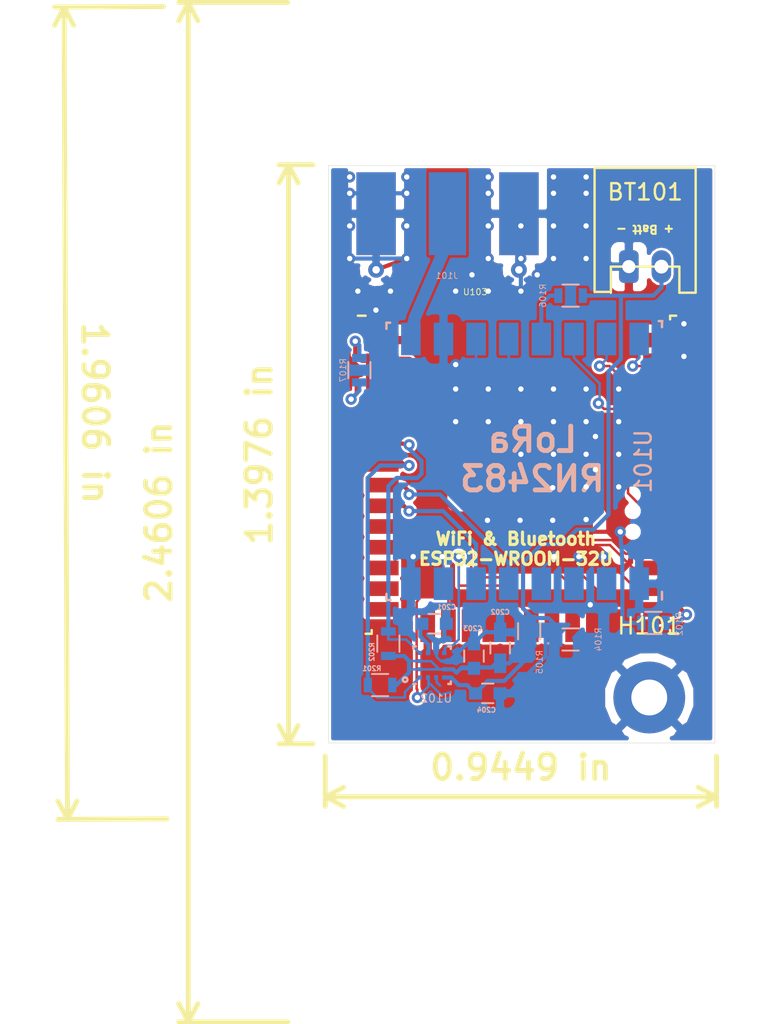
<source format=kicad_pcb>
(kicad_pcb (version 20171130) (host pcbnew "(5.0.2)-1")

  (general
    (thickness 1.6)
    (drawings 13)
    (tracks 371)
    (zones 0)
    (modules 17)
    (nets 43)
  )

  (page A4)
  (title_block
    (title "Cowbell ")
    (date 2019-03-01)
    (rev v02)
  )

  (layers
    (0 F.Cu signal)
    (31 B.Cu signal)
    (32 B.Adhes user)
    (33 F.Adhes user)
    (34 B.Paste user)
    (35 F.Paste user)
    (36 B.SilkS user)
    (37 F.SilkS user)
    (38 B.Mask user)
    (39 F.Mask user)
    (40 Dwgs.User user)
    (41 Cmts.User user)
    (42 Eco1.User user)
    (43 Eco2.User user)
    (44 Edge.Cuts user)
    (45 Margin user)
    (46 B.CrtYd user)
    (47 F.CrtYd user)
    (48 B.Fab user hide)
    (49 F.Fab user)
  )

  (setup
    (last_trace_width 0.1524)
    (user_trace_width 0.1524)
    (user_trace_width 0.254)
    (user_trace_width 0.508)
    (user_trace_width 0.75)
    (trace_clearance 0.1524)
    (zone_clearance 0.15)
    (zone_45_only no)
    (trace_min 0.1524)
    (segment_width 0.2)
    (edge_width 0.1)
    (via_size 0.6858)
    (via_drill 0.3302)
    (via_min_size 0.508)
    (via_min_drill 0.305)
    (uvia_size 0.6858)
    (uvia_drill 0.3302)
    (uvias_allowed no)
    (uvia_min_size 0.254)
    (uvia_min_drill 0.1)
    (pcb_text_width 0.3)
    (pcb_text_size 1.5 1.5)
    (mod_edge_width 0.15)
    (mod_text_size 1 1)
    (mod_text_width 0.15)
    (pad_size 1.7 1.7)
    (pad_drill 1)
    (pad_to_mask_clearance 0)
    (solder_mask_min_width 0.25)
    (aux_axis_origin 0 0)
    (visible_elements 7FFFFFFF)
    (pcbplotparams
      (layerselection 0x010fc_ffffffff)
      (usegerberextensions true)
      (usegerberattributes false)
      (usegerberadvancedattributes false)
      (creategerberjobfile false)
      (excludeedgelayer true)
      (linewidth 0.150000)
      (plotframeref false)
      (viasonmask false)
      (mode 1)
      (useauxorigin false)
      (hpglpennumber 1)
      (hpglpenspeed 20)
      (hpglpendiameter 15.000000)
      (psnegative false)
      (psa4output false)
      (plotreference true)
      (plotvalue true)
      (plotinvisibletext false)
      (padsonsilk false)
      (subtractmaskfromsilk false)
      (outputformat 1)
      (mirror false)
      (drillshape 0)
      (scaleselection 1)
      (outputdirectory ""))
  )

  (net 0 "")
  (net 1 GND)
  (net 2 Tx0)
  (net 3 Rx0)
  (net 4 +3V3)
  (net 5 SCL)
  (net 6 SDA)
  (net 7 "Net-(U103-Pad32)")
  (net 8 "Net-(U103-Pad29)")
  (net 9 "Net-(U103-Pad22)")
  (net 10 "Net-(U103-Pad21)")
  (net 11 "Net-(U103-Pad20)")
  (net 12 "Net-(U103-Pad19)")
  (net 13 "Net-(U103-Pad18)")
  (net 14 "Net-(U103-Pad17)")
  (net 15 "Net-(U103-Pad14)")
  (net 16 "Net-(U103-Pad5)")
  (net 17 "Net-(U103-Pad4)")
  (net 18 Tx1)
  (net 19 Rx1)
  (net 20 "Net-(J101-Pad1)")
  (net 21 "Net-(C201-Pad1)")
  (net 22 Int_MAG)
  (net 23 DRDY_MAG)
  (net 24 Int_XL)
  (net 25 "Net-(C202-Pad1)")
  (net 26 /VCC102)
  (net 27 /VCC103)
  (net 28 "Net-(R107-Pad2)")
  (net 29 "Net-(U101-Pad6)")
  (net 30 "Net-(U101-Pad5)")
  (net 31 "Net-(U101-Pad4)")
  (net 32 "Net-(U101-Pad3)")
  (net 33 "Net-(U101-Pad2)")
  (net 34 "Net-(R102-Pad2)")
  (net 35 "Net-(U103-Pad35)")
  (net 36 "Net-(U103-Pad34)")
  (net 37 /DIO2)
  (net 38 /DIO1)
  (net 39 /DIO0)
  (net 40 /DIO4)
  (net 41 /DIO3)
  (net 42 /DIO5)

  (net_class Default "This is the default net class."
    (clearance 0.1524)
    (trace_width 0.1524)
    (via_dia 0.6858)
    (via_drill 0.3302)
    (uvia_dia 0.6858)
    (uvia_drill 0.3302)
    (diff_pair_gap 0.1524)
    (diff_pair_width 0.1524)
    (add_net +3V3)
    (add_net /DIO0)
    (add_net /DIO1)
    (add_net /DIO2)
    (add_net /DIO3)
    (add_net /DIO4)
    (add_net /DIO5)
    (add_net /VCC102)
    (add_net /VCC103)
    (add_net DRDY_MAG)
    (add_net GND)
    (add_net Int_MAG)
    (add_net Int_XL)
    (add_net "Net-(C201-Pad1)")
    (add_net "Net-(C202-Pad1)")
    (add_net "Net-(J101-Pad1)")
    (add_net "Net-(R102-Pad2)")
    (add_net "Net-(R107-Pad2)")
    (add_net "Net-(U101-Pad2)")
    (add_net "Net-(U101-Pad3)")
    (add_net "Net-(U101-Pad4)")
    (add_net "Net-(U101-Pad5)")
    (add_net "Net-(U101-Pad6)")
    (add_net "Net-(U103-Pad14)")
    (add_net "Net-(U103-Pad17)")
    (add_net "Net-(U103-Pad18)")
    (add_net "Net-(U103-Pad19)")
    (add_net "Net-(U103-Pad20)")
    (add_net "Net-(U103-Pad21)")
    (add_net "Net-(U103-Pad22)")
    (add_net "Net-(U103-Pad29)")
    (add_net "Net-(U103-Pad32)")
    (add_net "Net-(U103-Pad34)")
    (add_net "Net-(U103-Pad35)")
    (add_net "Net-(U103-Pad4)")
    (add_net "Net-(U103-Pad5)")
    (add_net Rx0)
    (add_net Rx1)
    (add_net SCL)
    (add_net SDA)
    (add_net Tx0)
    (add_net Tx1)
  )

  (module Emborg:SP32-WROOM-32U (layer F.Cu) (tedit 5C858F72) (tstamp 5C801A37)
    (at 127 44.255)
    (path /5C7AFF0D)
    (attr smd)
    (fp_text reference U103 (at -2.8 -11.205) (layer F.SilkS)
      (effects (font (size 0.381 0.381) (thickness 0.0508)))
    )
    (fp_text value ESP32-WROOM-32 (at 0 11.6) (layer F.Fab)
      (effects (font (size 1 1) (thickness 0.15)))
    )
    (fp_line (start -10.25 10.85) (end -10.25 -10.85) (layer F.CrtYd) (width 0.05))
    (fp_line (start 10.25 10.85) (end -10.25 10.85) (layer F.CrtYd) (width 0.05))
    (fp_line (start 10.25 -10.85) (end 10.25 10.85) (layer F.CrtYd) (width 0.05))
    (fp_line (start -10.25 -10.85) (end 10.25 -10.85) (layer F.CrtYd) (width 0.05))
    (fp_line (start -9.525 -9.75) (end -10 -9.75) (layer F.SilkS) (width 0.15))
    (fp_line (start -9.15 9.75) (end -9.15 9.525) (layer F.SilkS) (width 0.15))
    (fp_line (start -9.525 9.75) (end -9.15 9.75) (layer F.SilkS) (width 0.15))
    (fp_line (start 9.15 9.75) (end 9.15 9.525) (layer F.SilkS) (width 0.15))
    (fp_line (start 9.525 9.75) (end 9.15 9.75) (layer F.SilkS) (width 0.15))
    (fp_line (start 9.15 -9.75) (end 9.15 -9.525) (layer F.SilkS) (width 0.15))
    (fp_line (start 9.525 -9.75) (end 9.15 -9.75) (layer F.SilkS) (width 0.15))
    (fp_line (start 9 -9.6) (end -8 -9.6) (layer F.Fab) (width 0.15))
    (fp_line (start 9 9.6) (end 9 -9.6) (layer F.Fab) (width 0.15))
    (fp_line (start -9 9.6) (end 9 9.6) (layer F.Fab) (width 0.15))
    (fp_line (start -9 -8.6) (end -9 9.6) (layer F.Fab) (width 0.15))
    (fp_line (start -8 -9.6) (end -9 -8.6) (layer F.Fab) (width 0.15))
    (pad 39 smd rect (at -1.5 -0.755) (size 5 5) (layers F.Cu F.Paste F.Mask)
      (net 1 GND) (solder_paste_margin -0.1))
    (pad 38 smd rect (at 8.5 -8.255 90) (size 0.9 2) (layers F.Cu F.Paste F.Mask)
      (net 1 GND))
    (pad 37 smd rect (at 8.5 -6.985 90) (size 0.9 2) (layers F.Cu F.Paste F.Mask)
      (net 37 /DIO2))
    (pad 36 smd rect (at 8.5 -5.715 90) (size 0.9 2) (layers F.Cu F.Paste F.Mask)
      (net 38 /DIO1))
    (pad 35 smd rect (at 8.5 -4.445 90) (size 0.9 2) (layers F.Cu F.Paste F.Mask)
      (net 35 "Net-(U103-Pad35)"))
    (pad 34 smd rect (at 8.5 -3.175 90) (size 0.9 2) (layers F.Cu F.Paste F.Mask)
      (net 36 "Net-(U103-Pad34)"))
    (pad 33 smd rect (at 8.5 -1.905 90) (size 0.9 2) (layers F.Cu F.Paste F.Mask)
      (net 39 /DIO0))
    (pad 32 smd rect (at 8.5 -0.635 90) (size 0.9 2) (layers F.Cu F.Paste F.Mask)
      (net 7 "Net-(U103-Pad32)"))
    (pad 31 smd rect (at 8.5 0.635 90) (size 0.9 2) (layers F.Cu F.Paste F.Mask)
      (net 40 /DIO4))
    (pad 30 smd rect (at 8.5 1.905 90) (size 0.9 2) (layers F.Cu F.Paste F.Mask)
      (net 41 /DIO3))
    (pad 29 smd rect (at 8.5 3.175 90) (size 0.9 2) (layers F.Cu F.Paste F.Mask)
      (net 8 "Net-(U103-Pad29)"))
    (pad 28 smd rect (at 8.5 4.445 90) (size 0.9 2) (layers F.Cu F.Paste F.Mask)
      (net 24 Int_XL))
    (pad 27 smd rect (at 8.5 5.715 90) (size 0.9 2) (layers F.Cu F.Paste F.Mask)
      (net 22 Int_MAG))
    (pad 26 smd rect (at 8.5 6.985 90) (size 0.9 2) (layers F.Cu F.Paste F.Mask)
      (net 33 "Net-(U101-Pad2)"))
    (pad 25 smd rect (at 8.5 8.255 90) (size 0.9 2) (layers F.Cu F.Paste F.Mask)
      (net 34 "Net-(R102-Pad2)"))
    (pad 24 smd rect (at 5.715 9.255) (size 0.9 2) (layers F.Cu F.Paste F.Mask)
      (net 32 "Net-(U101-Pad3)"))
    (pad 23 smd rect (at 4.445 9.255) (size 0.9 2) (layers F.Cu F.Paste F.Mask)
      (net 31 "Net-(U101-Pad4)"))
    (pad 22 smd rect (at 3.175 9.255) (size 0.9 2) (layers F.Cu F.Paste F.Mask)
      (net 9 "Net-(U103-Pad22)"))
    (pad 21 smd rect (at 1.905 9.255) (size 0.9 2) (layers F.Cu F.Paste F.Mask)
      (net 10 "Net-(U103-Pad21)"))
    (pad 20 smd rect (at 0.635 9.255) (size 0.9 2) (layers F.Cu F.Paste F.Mask)
      (net 11 "Net-(U103-Pad20)"))
    (pad 19 smd rect (at -0.635 9.255) (size 0.9 2) (layers F.Cu F.Paste F.Mask)
      (net 12 "Net-(U103-Pad19)"))
    (pad 18 smd rect (at -1.905 9.255) (size 0.9 2) (layers F.Cu F.Paste F.Mask)
      (net 13 "Net-(U103-Pad18)"))
    (pad 17 smd rect (at -3.175 9.255) (size 0.9 2) (layers F.Cu F.Paste F.Mask)
      (net 14 "Net-(U103-Pad17)"))
    (pad 16 smd rect (at -4.445 9.255) (size 0.9 2) (layers F.Cu F.Paste F.Mask)
      (net 42 /DIO5))
    (pad 15 smd rect (at -5.715 9.255) (size 0.9 2) (layers F.Cu F.Paste F.Mask)
      (net 1 GND))
    (pad 14 smd rect (at -8.5 8.255 90) (size 0.9 2) (layers F.Cu F.Paste F.Mask)
      (net 15 "Net-(U103-Pad14)"))
    (pad 13 smd rect (at -8.5 6.985 90) (size 0.9 2) (layers F.Cu F.Paste F.Mask)
      (net 18 Tx1))
    (pad 12 smd rect (at -8.5 5.715 90) (size 0.9 2) (layers F.Cu F.Paste F.Mask)
      (net 19 Rx1))
    (pad 11 smd rect (at -8.5 4.445 90) (size 0.9 2) (layers F.Cu F.Paste F.Mask)
      (net 3 Rx0))
    (pad 10 smd rect (at -8.5 3.175 90) (size 0.9 2) (layers F.Cu F.Paste F.Mask)
      (net 2 Tx0))
    (pad 9 smd rect (at -8.5 1.905 90) (size 0.9 2) (layers F.Cu F.Paste F.Mask)
      (net 29 "Net-(U101-Pad6)"))
    (pad 8 smd rect (at -8.5 0.635 90) (size 0.9 2) (layers F.Cu F.Paste F.Mask)
      (net 30 "Net-(U101-Pad5)"))
    (pad 7 smd rect (at -8.5 -0.635 90) (size 0.9 2) (layers F.Cu F.Paste F.Mask)
      (net 5 SCL))
    (pad 6 smd rect (at -8.5 -1.905 90) (size 0.9 2) (layers F.Cu F.Paste F.Mask)
      (net 6 SDA))
    (pad 5 smd rect (at -8.5 -3.175 90) (size 0.9 2) (layers F.Cu F.Paste F.Mask)
      (net 16 "Net-(U103-Pad5)"))
    (pad 4 smd rect (at -8.5 -4.445 90) (size 0.9 2) (layers F.Cu F.Paste F.Mask)
      (net 17 "Net-(U103-Pad4)"))
    (pad 3 smd rect (at -8.5 -5.715 90) (size 0.9 2) (layers F.Cu F.Paste F.Mask)
      (net 28 "Net-(R107-Pad2)"))
    (pad 2 smd rect (at -8.5 -6.985 90) (size 0.9 2) (layers F.Cu F.Paste F.Mask)
      (net 27 /VCC103))
    (pad 1 smd rect (at -8.5 -8.255 90) (size 0.9 2) (layers F.Cu F.Paste F.Mask)
      (net 1 GND))
  )

  (module Emborg:RFM95 (layer B.Cu) (tedit 5C92AA26) (tstamp 5C9341FD)
    (at 127.254 43.434 90)
    (path /5C910B5C)
    (attr smd)
    (fp_text reference U101 (at 0 7.25 90) (layer B.SilkS)
      (effects (font (size 1 1) (thickness 0.15)) (justify mirror))
    )
    (fp_text value RFM9x (at 0 -6.75 90) (layer B.Fab)
      (effects (font (size 1 1) (thickness 0.15)) (justify mirror))
    )
    (fp_line (start -8.75 -8.75) (end -8.75 8.75) (layer B.CrtYd) (width 0.05))
    (fp_line (start 8.75 -8.75) (end -8.75 -8.75) (layer B.CrtYd) (width 0.05))
    (fp_line (start 8.75 8.75) (end 8.75 -8.75) (layer B.CrtYd) (width 0.05))
    (fp_line (start -8.75 8.75) (end 8.75 8.75) (layer B.CrtYd) (width 0.05))
    (fp_line (start -8 8.4) (end -8.475 8.4) (layer B.SilkS) (width 0.15))
    (fp_line (start -8.5 -8.475) (end -8.5 -8.25) (layer B.SilkS) (width 0.15))
    (fp_line (start -8.125 -8.5) (end -8.5 -8.5) (layer B.SilkS) (width 0.15))
    (fp_line (start 8.5 -8.5) (end 8.5 -8.275) (layer B.SilkS) (width 0.15))
    (fp_line (start 8.5 -8.5) (end 8.125 -8.5) (layer B.SilkS) (width 0.15))
    (fp_line (start 8.6 8.425) (end 8.6 8.2) (layer B.SilkS) (width 0.15))
    (fp_line (start 8.225 8.4) (end 8.6 8.4) (layer B.SilkS) (width 0.15))
    (fp_line (start 8 8) (end -7.5 8) (layer B.Fab) (width 0.15))
    (fp_line (start 8 -8) (end 8 8) (layer B.Fab) (width 0.15))
    (fp_line (start -8 -8) (end 8 -8) (layer B.Fab) (width 0.15))
    (fp_line (start -8 7.5) (end -8 -8) (layer B.Fab) (width 0.15))
    (fp_line (start -8 7.5) (end -7.5 8) (layer B.Fab) (width 0.15))
    (pad 16 smd rect (at 7.5 7 180) (size 1.2 2) (layers B.Cu B.Paste B.Mask)
      (net 37 /DIO2))
    (pad 15 smd rect (at 7.5 5) (size 1.2 2) (layers B.Cu B.Paste B.Mask)
      (net 38 /DIO1))
    (pad 14 smd rect (at 7.5 3) (size 1.2 2) (layers B.Cu B.Paste B.Mask)
      (net 39 /DIO0))
    (pad 13 smd rect (at 7.5 1) (size 1.2 2) (layers B.Cu B.Paste B.Mask)
      (net 26 /VCC102))
    (pad 12 smd rect (at 7.5 -1) (size 1.2 2) (layers B.Cu B.Paste B.Mask)
      (net 40 /DIO4))
    (pad 11 smd rect (at 7.5 -3) (size 1.2 2) (layers B.Cu B.Paste B.Mask)
      (net 41 /DIO3))
    (pad 10 smd rect (at 7.5 -5) (size 1.2 2) (layers B.Cu B.Paste B.Mask)
      (net 1 GND))
    (pad 9 smd rect (at 7.5 -7) (size 1.2 2) (layers B.Cu B.Paste B.Mask)
      (net 20 "Net-(J101-Pad1)"))
    (pad 8 smd rect (at -7.5 -7) (size 1.2 2) (layers B.Cu B.Paste B.Mask)
      (net 1 GND))
    (pad 7 smd rect (at -7.5 -5) (size 1.2 2) (layers B.Cu B.Paste B.Mask)
      (net 42 /DIO5))
    (pad 6 smd rect (at -7.5 -3) (size 1.2 2) (layers B.Cu B.Paste B.Mask)
      (net 29 "Net-(U101-Pad6)"))
    (pad 5 smd rect (at -7.5 -1) (size 1.2 2) (layers B.Cu B.Paste B.Mask)
      (net 30 "Net-(U101-Pad5)"))
    (pad 4 smd rect (at -7.5 1) (size 1.2 2) (layers B.Cu B.Paste B.Mask)
      (net 31 "Net-(U101-Pad4)"))
    (pad 3 smd rect (at -7.5 3) (size 1.2 2) (layers B.Cu B.Paste B.Mask)
      (net 32 "Net-(U101-Pad3)"))
    (pad 2 smd rect (at -7.5 5) (size 1.2 2) (layers B.Cu B.Paste B.Mask)
      (net 33 "Net-(U101-Pad2)"))
    (pad 1 smd rect (at -7.5 7) (size 1.2 2) (layers B.Cu B.Paste B.Mask)
      (net 1 GND))
  )

  (module Emborg:batt_Connector (layer F.Cu) (tedit 5C8890A8) (tstamp 5C851A88)
    (at 134.62 31.496)
    (tags "Rectangular Connectors - Headers, Male Pins")
    (path /5C97B3FF)
    (fp_text reference BT101 (at 0 -4.572) (layer F.SilkS)
      (effects (font (size 1 1) (thickness 0.15)))
    )
    (fp_text value Battery_Cell (at 0 2.286) (layer F.Fab)
      (effects (font (size 1 1) (thickness 0.15)))
    )
    (fp_line (start -3.1 1.55) (end -2.1 1.55) (layer F.SilkS) (width 0.15))
    (fp_line (start 3.1 1.55) (end 3.1 -6) (layer F.SilkS) (width 0.15))
    (fp_line (start 3.1 -6.05) (end -3.1 -6.05) (layer F.SilkS) (width 0.15))
    (fp_line (start -3.1 -6.05) (end -3.1 1.55) (layer F.SilkS) (width 0.15))
    (fp_line (start -3.15 1.6) (end 3.15 1.6) (layer F.CrtYd) (width 0.05))
    (fp_line (start 3.15 1.6) (end 3.15 -6.05) (layer F.CrtYd) (width 0.05))
    (fp_line (start 3.15 -6.05) (end -3.15 -6.05) (layer F.CrtYd) (width 0.05))
    (fp_line (start -3.15 -6.05) (end -3.15 1.6) (layer F.CrtYd) (width 0.05))
    (fp_line (start -2.1 1.6) (end -2.1 0) (layer F.SilkS) (width 0.15))
    (fp_line (start -2.1 0) (end 2.1 0) (layer F.SilkS) (width 0.15))
    (fp_line (start 2.1 0) (end 2.1 1.6) (layer F.SilkS) (width 0.15))
    (fp_line (start 2.1 1.6) (end 3.1 1.6) (layer F.SilkS) (width 0.15))
    (pad 2 thru_hole roundrect (at -1 0) (size 1.2 2) (drill 0.805) (layers *.Cu *.Mask) (roundrect_rratio 0.25)
      (net 1 GND))
    (pad 1 thru_hole oval (at 1 0) (size 1.2 2) (drill 0.85) (layers *.Cu *.Mask)
      (net 4 +3V3))
  )

  (module Resistors_SMD:R_0603 (layer B.Cu) (tedit 5C858E0D) (tstamp 5C8575DB)
    (at 117.094 37.846 270)
    (descr "Resistor SMD 0603, reflow soldering, Vishay (see dcrcw.pdf)")
    (tags "resistor 0603")
    (path /5C9B7F04)
    (attr smd)
    (fp_text reference R107 (at 0 1 270) (layer B.SilkS)
      (effects (font (size 0.381 0.381) (thickness 0.0508)) (justify mirror))
    )
    (fp_text value 2k2 (at 0 -1.5 270) (layer B.Fab)
      (effects (font (size 1 1) (thickness 0.15)) (justify mirror))
    )
    (fp_line (start 1.25 -0.7) (end -1.25 -0.7) (layer B.CrtYd) (width 0.05))
    (fp_line (start 1.25 -0.7) (end 1.25 0.7) (layer B.CrtYd) (width 0.05))
    (fp_line (start -1.25 0.7) (end -1.25 -0.7) (layer B.CrtYd) (width 0.05))
    (fp_line (start -1.25 0.7) (end 1.25 0.7) (layer B.CrtYd) (width 0.05))
    (fp_line (start -0.5 0.68) (end 0.5 0.68) (layer B.SilkS) (width 0.12))
    (fp_line (start 0.5 -0.68) (end -0.5 -0.68) (layer B.SilkS) (width 0.12))
    (fp_line (start -0.8 0.4) (end 0.8 0.4) (layer B.Fab) (width 0.1))
    (fp_line (start 0.8 0.4) (end 0.8 -0.4) (layer B.Fab) (width 0.1))
    (fp_line (start 0.8 -0.4) (end -0.8 -0.4) (layer B.Fab) (width 0.1))
    (fp_line (start -0.8 -0.4) (end -0.8 0.4) (layer B.Fab) (width 0.1))
    (fp_text user %R (at 0 -0.5 270) (layer B.Fab)
      (effects (font (size 0.4 0.4) (thickness 0.075)) (justify mirror))
    )
    (pad 2 smd rect (at 0.75 0 270) (size 0.5 0.9) (layers B.Cu B.Paste B.Mask)
      (net 28 "Net-(R107-Pad2)"))
    (pad 1 smd rect (at -0.75 0 270) (size 0.5 0.9) (layers B.Cu B.Paste B.Mask)
      (net 27 /VCC103))
    (model ${KISYS3DMOD}/Resistors_SMD.3dshapes/R_0603.wrl
      (at (xyz 0 0 0))
      (scale (xyz 1 1 1))
      (rotate (xyz 0 0 0))
    )
  )

  (module Resistors_SMD:R_0603 (layer B.Cu) (tedit 5C858D64) (tstamp 5C84DFED)
    (at 130.048 33.274 180)
    (descr "Resistor SMD 0603, reflow soldering, Vishay (see dcrcw.pdf)")
    (tags "resistor 0603")
    (path /5C91DC45)
    (attr smd)
    (fp_text reference R106 (at 1.7 0 270) (layer B.SilkS)
      (effects (font (size 0.381 0.381) (thickness 0.0508)) (justify mirror))
    )
    (fp_text value shunt (at 0 -1.5 180) (layer B.Fab)
      (effects (font (size 1 1) (thickness 0.15)) (justify mirror))
    )
    (fp_line (start 1.25 -0.7) (end -1.25 -0.7) (layer B.CrtYd) (width 0.05))
    (fp_line (start 1.25 -0.7) (end 1.25 0.7) (layer B.CrtYd) (width 0.05))
    (fp_line (start -1.25 0.7) (end -1.25 -0.7) (layer B.CrtYd) (width 0.05))
    (fp_line (start -1.25 0.7) (end 1.25 0.7) (layer B.CrtYd) (width 0.05))
    (fp_line (start -0.5 0.68) (end 0.5 0.68) (layer B.SilkS) (width 0.12))
    (fp_line (start 0.5 -0.68) (end -0.5 -0.68) (layer B.SilkS) (width 0.12))
    (fp_line (start -0.8 0.4) (end 0.8 0.4) (layer B.Fab) (width 0.1))
    (fp_line (start 0.8 0.4) (end 0.8 -0.4) (layer B.Fab) (width 0.1))
    (fp_line (start 0.8 -0.4) (end -0.8 -0.4) (layer B.Fab) (width 0.1))
    (fp_line (start -0.8 -0.4) (end -0.8 0.4) (layer B.Fab) (width 0.1))
    (fp_text user %R (at 0.6 -1 180) (layer B.Fab)
      (effects (font (size 0.4 0.4) (thickness 0.075)) (justify mirror))
    )
    (pad 2 smd rect (at 0.75 0 180) (size 0.5 0.9) (layers B.Cu B.Paste B.Mask)
      (net 26 /VCC102))
    (pad 1 smd rect (at -0.75 0 180) (size 0.5 0.9) (layers B.Cu B.Paste B.Mask)
      (net 4 +3V3))
    (model ${KISYS3DMOD}/Resistors_SMD.3dshapes/R_0603.wrl
      (at (xyz 0 0 0))
      (scale (xyz 1 1 1))
      (rotate (xyz 0 0 0))
    )
  )

  (module Resistors_SMD:R_0603 (layer B.Cu) (tedit 5C90BAD6) (tstamp 5C83F675)
    (at 130.048 54.356)
    (descr "Resistor SMD 0603, reflow soldering, Vishay (see dcrcw.pdf)")
    (tags "resistor 0603")
    (path /5C9406E8)
    (attr smd)
    (fp_text reference R104 (at 1.7 0 90) (layer B.SilkS)
      (effects (font (size 0.381 0.381) (thickness 0.0508)) (justify mirror))
    )
    (fp_text value shunt (at 0 -1.5) (layer B.Fab)
      (effects (font (size 1 1) (thickness 0.15)) (justify mirror))
    )
    (fp_text user %R (at 0 -0.254) (layer B.Fab)
      (effects (font (size 0.4 0.4) (thickness 0.075)) (justify mirror))
    )
    (fp_line (start -0.8 -0.4) (end -0.8 0.4) (layer B.Fab) (width 0.1))
    (fp_line (start 0.8 -0.4) (end -0.8 -0.4) (layer B.Fab) (width 0.1))
    (fp_line (start 0.8 0.4) (end 0.8 -0.4) (layer B.Fab) (width 0.1))
    (fp_line (start -0.8 0.4) (end 0.8 0.4) (layer B.Fab) (width 0.1))
    (fp_line (start 0.5 -0.68) (end -0.5 -0.68) (layer B.SilkS) (width 0.12))
    (fp_line (start -0.5 0.68) (end 0.5 0.68) (layer B.SilkS) (width 0.12))
    (fp_line (start -1.25 0.7) (end 1.25 0.7) (layer B.CrtYd) (width 0.05))
    (fp_line (start -1.25 0.7) (end -1.25 -0.7) (layer B.CrtYd) (width 0.05))
    (fp_line (start 1.25 -0.7) (end 1.25 0.7) (layer B.CrtYd) (width 0.05))
    (fp_line (start 1.25 -0.7) (end -1.25 -0.7) (layer B.CrtYd) (width 0.05))
    (pad 1 smd rect (at -0.75 0) (size 0.5 0.9) (layers B.Cu B.Paste B.Mask)
      (net 4 +3V3))
    (pad 2 smd rect (at 0.75 0) (size 0.5 0.9) (layers B.Cu B.Paste B.Mask)
      (net 27 /VCC103))
    (model ${KISYS3DMOD}/Resistors_SMD.3dshapes/R_0603.wrl
      (at (xyz 0 0 0))
      (scale (xyz 1 1 1))
      (rotate (xyz 0 0 0))
    )
  )

  (module Resistors_SMD:R_0603 (layer B.Cu) (tedit 5C858DA5) (tstamp 5C83F664)
    (at 127.508 53.848 270)
    (descr "Resistor SMD 0603, reflow soldering, Vishay (see dcrcw.pdf)")
    (tags "resistor 0603")
    (path /5C962B47)
    (attr smd)
    (fp_text reference R105 (at 1.892 -0.634 270) (layer B.SilkS)
      (effects (font (size 0.381 0.381) (thickness 0.0508)) (justify mirror))
    )
    (fp_text value shunt (at 0 -1.5 270) (layer B.Fab)
      (effects (font (size 1 1) (thickness 0.15)) (justify mirror))
    )
    (fp_line (start 1.25 -0.7) (end -1.25 -0.7) (layer B.CrtYd) (width 0.05))
    (fp_line (start 1.25 -0.7) (end 1.25 0.7) (layer B.CrtYd) (width 0.05))
    (fp_line (start -1.25 0.7) (end -1.25 -0.7) (layer B.CrtYd) (width 0.05))
    (fp_line (start -1.25 0.7) (end 1.25 0.7) (layer B.CrtYd) (width 0.05))
    (fp_line (start -0.5 0.68) (end 0.5 0.68) (layer B.SilkS) (width 0.12))
    (fp_line (start 0.5 -0.68) (end -0.5 -0.68) (layer B.SilkS) (width 0.12))
    (fp_line (start -0.8 0.4) (end 0.8 0.4) (layer B.Fab) (width 0.1))
    (fp_line (start 0.8 0.4) (end 0.8 -0.4) (layer B.Fab) (width 0.1))
    (fp_line (start 0.8 -0.4) (end -0.8 -0.4) (layer B.Fab) (width 0.1))
    (fp_line (start -0.8 -0.4) (end -0.8 0.4) (layer B.Fab) (width 0.1))
    (fp_text user %R (at -1.5 -0.25 270) (layer B.Fab)
      (effects (font (size 0.4 0.4) (thickness 0.075)) (justify mirror))
    )
    (pad 2 smd rect (at 0.75 0 270) (size 0.5 0.9) (layers B.Cu B.Paste B.Mask)
      (net 25 "Net-(C202-Pad1)"))
    (pad 1 smd rect (at -0.75 0 270) (size 0.5 0.9) (layers B.Cu B.Paste B.Mask)
      (net 4 +3V3))
    (model ${KISYS3DMOD}/Resistors_SMD.3dshapes/R_0603.wrl
      (at (xyz 0 0 0))
      (scale (xyz 1 1 1))
      (rotate (xyz 0 0 0))
    )
  )

  (module Mounting_Holes:MountingHole_2.2mm_M2_Pad (layer F.Cu) (tedit 56D1B4CB) (tstamp 5C8229AC)
    (at 134.874 57.912)
    (descr "Mounting Hole 2.2mm, M2")
    (tags "mounting hole 2.2mm m2")
    (path /5C90DB1D)
    (attr virtual)
    (fp_text reference H101 (at 0 -4.382) (layer F.SilkS)
      (effects (font (size 1 1) (thickness 0.15)))
    )
    (fp_text value MountingHole_Pad (at 0 3.2) (layer F.Fab)
      (effects (font (size 1 1) (thickness 0.15)))
    )
    (fp_circle (center 0 0) (end 2.45 0) (layer F.CrtYd) (width 0.05))
    (fp_circle (center 0 0) (end 2.2 0) (layer Cmts.User) (width 0.15))
    (fp_text user %R (at 0.3 0) (layer F.Fab)
      (effects (font (size 1 1) (thickness 0.15)))
    )
    (pad 1 thru_hole circle (at 0 0) (size 4.4 4.4) (drill 2.2) (layers *.Cu *.Mask)
      (net 1 GND))
  )

  (module Resistors_SMD:R_0603 (layer B.Cu) (tedit 5C7E3B15) (tstamp 5C80DC39)
    (at 118.364 57.15)
    (descr "Resistor SMD 0603, reflow soldering, Vishay (see dcrcw.pdf)")
    (tags "resistor 0603")
    (path /5C83B915)
    (attr smd)
    (fp_text reference R201 (at -0.508 -1.016) (layer B.SilkS)
      (effects (font (size 0.3 0.3) (thickness 0.075)) (justify mirror))
    )
    (fp_text value 2k2 (at 0.762 -1.016) (layer B.Fab)
      (effects (font (size 0.3 0.3) (thickness 0.075)) (justify mirror))
    )
    (fp_text user %R (at 0.005 -1.557) (layer B.Fab)
      (effects (font (size 0.4 0.4) (thickness 0.075)) (justify mirror))
    )
    (fp_line (start -0.8 -0.4) (end -0.8 0.4) (layer B.Fab) (width 0.1))
    (fp_line (start 0.8 -0.4) (end -0.8 -0.4) (layer B.Fab) (width 0.1))
    (fp_line (start 0.8 0.4) (end 0.8 -0.4) (layer B.Fab) (width 0.1))
    (fp_line (start -0.8 0.4) (end 0.8 0.4) (layer B.Fab) (width 0.1))
    (fp_line (start 0.5 -0.68) (end -0.5 -0.68) (layer B.SilkS) (width 0.12))
    (fp_line (start -0.5 0.68) (end 0.5 0.68) (layer B.SilkS) (width 0.12))
    (fp_line (start -1.25 0.7) (end 1.25 0.7) (layer B.CrtYd) (width 0.05))
    (fp_line (start -1.25 0.7) (end -1.25 -0.7) (layer B.CrtYd) (width 0.05))
    (fp_line (start 1.25 -0.7) (end 1.25 0.7) (layer B.CrtYd) (width 0.05))
    (fp_line (start 1.25 -0.7) (end -1.25 -0.7) (layer B.CrtYd) (width 0.05))
    (pad 1 smd rect (at -0.75 0) (size 0.5 0.9) (layers B.Cu B.Paste B.Mask)
      (net 5 SCL))
    (pad 2 smd rect (at 0.75 0) (size 0.5 0.9) (layers B.Cu B.Paste B.Mask)
      (net 25 "Net-(C202-Pad1)"))
    (model ${KISYS3DMOD}/Resistors_SMD.3dshapes/R_0603.wrl
      (at (xyz 0 0 0))
      (scale (xyz 1 1 1))
      (rotate (xyz 0 0 0))
    )
  )

  (module Resistors_SMD:R_0603 (layer B.Cu) (tedit 5C7E3AF4) (tstamp 5C80DC09)
    (at 118.872 54.61 90)
    (descr "Resistor SMD 0603, reflow soldering, Vishay (see dcrcw.pdf)")
    (tags "resistor 0603")
    (path /5C83BBD1)
    (attr smd)
    (fp_text reference R202 (at -0.508 -1.016 90) (layer B.SilkS)
      (effects (font (size 0.3 0.3) (thickness 0.075)) (justify mirror))
    )
    (fp_text value 2k2 (at 1.016 -1.016 90) (layer B.Fab)
      (effects (font (size 0.3 0.3) (thickness 0.075)) (justify mirror))
    )
    (fp_line (start 1.25 -0.7) (end -1.25 -0.7) (layer B.CrtYd) (width 0.05))
    (fp_line (start 1.25 -0.7) (end 1.25 0.7) (layer B.CrtYd) (width 0.05))
    (fp_line (start -1.25 0.7) (end -1.25 -0.7) (layer B.CrtYd) (width 0.05))
    (fp_line (start -1.25 0.7) (end 1.25 0.7) (layer B.CrtYd) (width 0.05))
    (fp_line (start -0.5 0.68) (end 0.5 0.68) (layer B.SilkS) (width 0.12))
    (fp_line (start 0.5 -0.68) (end -0.5 -0.68) (layer B.SilkS) (width 0.12))
    (fp_line (start -0.8 0.4) (end 0.8 0.4) (layer B.Fab) (width 0.1))
    (fp_line (start 0.8 0.4) (end 0.8 -0.4) (layer B.Fab) (width 0.1))
    (fp_line (start 0.8 -0.4) (end -0.8 -0.4) (layer B.Fab) (width 0.1))
    (fp_line (start -0.8 -0.4) (end -0.8 0.4) (layer B.Fab) (width 0.1))
    (fp_text user %R (at 0 -1.557 90) (layer B.Fab)
      (effects (font (size 0.4 0.4) (thickness 0.075)) (justify mirror))
    )
    (pad 2 smd rect (at 0.75 0 90) (size 0.5 0.9) (layers B.Cu B.Paste B.Mask)
      (net 6 SDA))
    (pad 1 smd rect (at -0.75 0 90) (size 0.5 0.9) (layers B.Cu B.Paste B.Mask)
      (net 25 "Net-(C202-Pad1)"))
    (model ${KISYS3DMOD}/Resistors_SMD.3dshapes/R_0603.wrl
      (at (xyz 0 0 0))
      (scale (xyz 1 1 1))
      (rotate (xyz 0 0 0))
    )
  )

  (module Capacitors_SMD:C_0603 (layer B.Cu) (tedit 5C7E3061) (tstamp 5C80DCC9)
    (at 121.677 53.391)
    (descr "Capacitor SMD 0603, reflow soldering, AVX (see smccp.pdf)")
    (tags "capacitor 0603")
    (path /5C816E37)
    (attr smd)
    (fp_text reference C201 (at 0.762 -1.016 -180) (layer B.SilkS)
      (effects (font (size 0.3 0.3) (thickness 0.075)) (justify mirror))
    )
    (fp_text value 0.1µF (at -1.016 -1.016) (layer B.Fab)
      (effects (font (size 0.3 0.3) (thickness 0.075)) (justify mirror))
    )
    (fp_line (start 1.4 -0.65) (end -1.4 -0.65) (layer B.CrtYd) (width 0.05))
    (fp_line (start 1.4 -0.65) (end 1.4 0.65) (layer B.CrtYd) (width 0.05))
    (fp_line (start -1.4 0.65) (end -1.4 -0.65) (layer B.CrtYd) (width 0.05))
    (fp_line (start -1.4 0.65) (end 1.4 0.65) (layer B.CrtYd) (width 0.05))
    (fp_line (start 0.35 -0.6) (end -0.35 -0.6) (layer B.SilkS) (width 0.12))
    (fp_line (start -0.35 0.6) (end 0.35 0.6) (layer B.SilkS) (width 0.12))
    (fp_line (start -0.8 0.4) (end 0.8 0.4) (layer B.Fab) (width 0.1))
    (fp_line (start 0.8 0.4) (end 0.8 -0.4) (layer B.Fab) (width 0.1))
    (fp_line (start 0.8 -0.4) (end -0.8 -0.4) (layer B.Fab) (width 0.1))
    (fp_line (start -0.8 -0.4) (end -0.8 0.4) (layer B.Fab) (width 0.1))
    (fp_text user %R (at 0.762 -1.016) (layer B.Fab)
      (effects (font (size 0.3 0.3) (thickness 0.075)) (justify mirror))
    )
    (pad 2 smd rect (at 0.75 0) (size 0.8 0.75) (layers B.Cu B.Paste B.Mask)
      (net 1 GND))
    (pad 1 smd rect (at -0.75 0) (size 0.8 0.75) (layers B.Cu B.Paste B.Mask)
      (net 21 "Net-(C201-Pad1)"))
    (model Capacitors_SMD.3dshapes/C_0603.wrl
      (at (xyz 0 0 0))
      (scale (xyz 1 1 1))
      (rotate (xyz 0 0 0))
    )
  )

  (module Capacitors_SMD:C_0603 (layer B.Cu) (tedit 5C7E316B) (tstamp 5C80DC99)
    (at 124.968 57.658)
    (descr "Capacitor SMD 0603, reflow soldering, AVX (see smccp.pdf)")
    (tags "capacitor 0603")
    (path /5C816C98)
    (attr smd)
    (fp_text reference C204 (at -0.086 1.018) (layer B.SilkS)
      (effects (font (size 0.3 0.3) (thickness 0.075)) (justify mirror))
    )
    (fp_text value 0.1µF (at 0.337 0.198) (layer B.Fab)
      (effects (font (size 0.3 0.3) (thickness 0.075)) (justify mirror))
    )
    (fp_text user %R (at 0.762 1.016) (layer B.Fab)
      (effects (font (size 0.3 0.3) (thickness 0.075)) (justify mirror))
    )
    (fp_line (start -0.8 -0.4) (end -0.8 0.4) (layer B.Fab) (width 0.1))
    (fp_line (start 0.8 -0.4) (end -0.8 -0.4) (layer B.Fab) (width 0.1))
    (fp_line (start 0.8 0.4) (end 0.8 -0.4) (layer B.Fab) (width 0.1))
    (fp_line (start -0.8 0.4) (end 0.8 0.4) (layer B.Fab) (width 0.1))
    (fp_line (start -0.35 0.6) (end 0.35 0.6) (layer B.SilkS) (width 0.12))
    (fp_line (start 0.35 -0.6) (end -0.35 -0.6) (layer B.SilkS) (width 0.12))
    (fp_line (start -1.4 0.65) (end 1.4 0.65) (layer B.CrtYd) (width 0.05))
    (fp_line (start -1.4 0.65) (end -1.4 -0.65) (layer B.CrtYd) (width 0.05))
    (fp_line (start 1.4 -0.65) (end 1.4 0.65) (layer B.CrtYd) (width 0.05))
    (fp_line (start 1.4 -0.65) (end -1.4 -0.65) (layer B.CrtYd) (width 0.05))
    (pad 1 smd rect (at -0.75 0) (size 0.8 0.75) (layers B.Cu B.Paste B.Mask)
      (net 25 "Net-(C202-Pad1)"))
    (pad 2 smd rect (at 0.75 0) (size 0.8 0.75) (layers B.Cu B.Paste B.Mask)
      (net 1 GND))
    (model Capacitors_SMD.3dshapes/C_0603.wrl
      (at (xyz 0 0 0))
      (scale (xyz 1 1 1))
      (rotate (xyz 0 0 0))
    )
  )

  (module Capacitors_SMD:C_0603 (layer B.Cu) (tedit 5C7E312A) (tstamp 5C80DF86)
    (at 124.123 55.372 90)
    (descr "Capacitor SMD 0603, reflow soldering, AVX (see smccp.pdf)")
    (tags "capacitor 0603")
    (path /5C816DE7)
    (attr smd)
    (fp_text reference C203 (at 1.692 -0.074 180) (layer B.SilkS)
      (effects (font (size 0.3 0.3) (thickness 0.075)) (justify mirror))
    )
    (fp_text value 0.1µF (at 1.016 1.016 90) (layer B.Fab)
      (effects (font (size 0.3 0.3) (thickness 0.075)) (justify mirror))
    )
    (fp_text user %R (at -0.762 1.016 270) (layer B.Fab)
      (effects (font (size 0.3 0.3) (thickness 0.075)) (justify mirror))
    )
    (fp_line (start -0.8 -0.4) (end -0.8 0.4) (layer B.Fab) (width 0.1))
    (fp_line (start 0.8 -0.4) (end -0.8 -0.4) (layer B.Fab) (width 0.1))
    (fp_line (start 0.8 0.4) (end 0.8 -0.4) (layer B.Fab) (width 0.1))
    (fp_line (start -0.8 0.4) (end 0.8 0.4) (layer B.Fab) (width 0.1))
    (fp_line (start -0.35 0.6) (end 0.35 0.6) (layer B.SilkS) (width 0.12))
    (fp_line (start 0.35 -0.6) (end -0.35 -0.6) (layer B.SilkS) (width 0.12))
    (fp_line (start -1.4 0.65) (end 1.4 0.65) (layer B.CrtYd) (width 0.05))
    (fp_line (start -1.4 0.65) (end -1.4 -0.65) (layer B.CrtYd) (width 0.05))
    (fp_line (start 1.4 -0.65) (end 1.4 0.65) (layer B.CrtYd) (width 0.05))
    (fp_line (start 1.4 -0.65) (end -1.4 -0.65) (layer B.CrtYd) (width 0.05))
    (pad 1 smd rect (at -0.75 0 90) (size 0.8 0.75) (layers B.Cu B.Paste B.Mask)
      (net 25 "Net-(C202-Pad1)"))
    (pad 2 smd rect (at 0.75 0 90) (size 0.8 0.75) (layers B.Cu B.Paste B.Mask)
      (net 1 GND))
    (model Capacitors_SMD.3dshapes/C_0603.wrl
      (at (xyz 0 0 0))
      (scale (xyz 1 1 1))
      (rotate (xyz 0 0 0))
    )
  )

  (module Capacitors_SMD:C_0603_HandSoldering (layer B.Cu) (tedit 5C7E308F) (tstamp 5C80DCF9)
    (at 125.73 54.864 90)
    (descr "Capacitor SMD 0603, hand soldering")
    (tags "capacitor 0603")
    (path /5C816E8B)
    (attr smd)
    (fp_text reference C202 (at 2.188 0 180) (layer B.SilkS)
      (effects (font (size 0.3 0.3) (thickness 0.075)) (justify mirror))
    )
    (fp_text value 10µF (at 1.27 1.016 90) (layer B.Fab)
      (effects (font (size 0.3 0.3) (thickness 0.075)) (justify mirror))
    )
    (fp_line (start 1.8 -0.65) (end -1.8 -0.65) (layer B.CrtYd) (width 0.05))
    (fp_line (start 1.8 -0.65) (end 1.8 0.65) (layer B.CrtYd) (width 0.05))
    (fp_line (start -1.8 0.65) (end -1.8 -0.65) (layer B.CrtYd) (width 0.05))
    (fp_line (start -1.8 0.65) (end 1.8 0.65) (layer B.CrtYd) (width 0.05))
    (fp_line (start 0.35 -0.6) (end -0.35 -0.6) (layer B.SilkS) (width 0.12))
    (fp_line (start -0.35 0.6) (end 0.35 0.6) (layer B.SilkS) (width 0.12))
    (fp_line (start -0.8 0.4) (end 0.8 0.4) (layer B.Fab) (width 0.1))
    (fp_line (start 0.8 0.4) (end 0.8 -0.4) (layer B.Fab) (width 0.1))
    (fp_line (start 0.8 -0.4) (end -0.8 -0.4) (layer B.Fab) (width 0.1))
    (fp_line (start -0.8 -0.4) (end -0.8 0.4) (layer B.Fab) (width 0.1))
    (fp_text user %R (at -1.016 1.016 270) (layer B.Fab)
      (effects (font (size 0.3 0.3) (thickness 0.075)) (justify mirror))
    )
    (pad 2 smd rect (at 0.95 0 90) (size 1.2 0.75) (layers B.Cu B.Paste B.Mask)
      (net 1 GND))
    (pad 1 smd rect (at -0.95 0 90) (size 1.2 0.75) (layers B.Cu B.Paste B.Mask)
      (net 25 "Net-(C202-Pad1)"))
    (model Capacitors_SMD.3dshapes/C_0603.wrl
      (at (xyz 0 0 0))
      (scale (xyz 1 1 1))
      (rotate (xyz 0 0 0))
    )
  )

  (module Emborg:QFN-12_2x2_lsm303c (layer B.Cu) (tedit 5C7E3B40) (tstamp 5C840FB9)
    (at 121.55 55.931)
    (path /5C7B0225)
    (attr smd)
    (fp_text reference U102 (at 0.254 2.032) (layer B.SilkS)
      (effects (font (size 0.5 0.5) (thickness 0.075)) (justify mirror))
    )
    (fp_text value LSM303C (at 1.216 2.308) (layer B.Fab)
      (effects (font (size 0.3 0.3) (thickness 0.075)) (justify mirror))
    )
    (fp_line (start 0 1) (end -1 0) (layer B.Fab) (width 0.15))
    (fp_line (start -1 0) (end -1 -1) (layer B.Fab) (width 0.15))
    (fp_line (start -1 -1) (end 1 -1) (layer B.Fab) (width 0.15))
    (fp_line (start 1 -1) (end 1 1) (layer B.Fab) (width 0.15))
    (fp_line (start 1 1) (end 0 1) (layer B.Fab) (width 0.15))
    (fp_line (start 1 1.15) (end 1.15 1.15) (layer B.SilkS) (width 0.15))
    (fp_line (start 1.15 1.15) (end 1.15 1) (layer B.SilkS) (width 0.15))
    (fp_line (start 1 -1.15) (end 1.15 -1.15) (layer B.SilkS) (width 0.15))
    (fp_line (start 1.15 -1.15) (end 1.15 -1) (layer B.SilkS) (width 0.15))
    (fp_line (start -1 -1.15) (end -1.15 -1.15) (layer B.SilkS) (width 0.15))
    (fp_line (start -1.15 -1.15) (end -1.15 -1) (layer B.SilkS) (width 0.15))
    (fp_line (start -1 1.15) (end -1.1375 1.15) (layer B.SilkS) (width 0.15))
    (fp_line (start -1.4 1.4) (end 1.4 1.4) (layer B.CrtYd) (width 0.05))
    (fp_line (start 1.4 1.4) (end 1.4 -1.4) (layer B.CrtYd) (width 0.05))
    (fp_line (start 1.4 -1.4) (end -1.4 -1.4) (layer B.CrtYd) (width 0.05))
    (fp_line (start -1.4 -1.4) (end -1.4 1.4) (layer B.CrtYd) (width 0.05))
    (fp_circle (center -1.651 0.889) (end -1.50901 0.889) (layer B.SilkS) (width 0.15))
    (pad 1 smd rect (at -0.75 0.75 270) (size 0.25 0.275) (layers B.Cu B.Paste B.Mask)
      (net 5 SCL))
    (pad 2 smd rect (at -0.75 0.25 270) (size 0.25 0.275) (layers B.Cu B.Paste B.Mask)
      (net 25 "Net-(C202-Pad1)"))
    (pad 3 smd rect (at -0.75 -0.25 270) (size 0.25 0.275) (layers B.Cu B.Paste B.Mask)
      (net 25 "Net-(C202-Pad1)"))
    (pad 4 smd rect (at -0.75 -0.75 270) (size 0.25 0.275) (layers B.Cu B.Paste B.Mask)
      (net 6 SDA))
    (pad 5 smd rect (at -0.25 -0.75) (size 0.25 0.275) (layers B.Cu B.Paste B.Mask)
      (net 21 "Net-(C201-Pad1)"))
    (pad 6 smd rect (at 0.25 -0.75) (size 0.25 0.275) (layers B.Cu B.Paste B.Mask)
      (net 1 GND))
    (pad 7 smd rect (at 0.75 -0.75 270) (size 0.25 0.275) (layers B.Cu B.Paste B.Mask)
      (net 22 Int_MAG))
    (pad 8 smd rect (at 0.75 -0.25 270) (size 0.25 0.275) (layers B.Cu B.Paste B.Mask)
      (net 1 GND))
    (pad 9 smd rect (at 0.75 0.25 270) (size 0.25 0.275) (layers B.Cu B.Paste B.Mask)
      (net 25 "Net-(C202-Pad1)"))
    (pad 10 smd rect (at 0.75 0.75 270) (size 0.25 0.275) (layers B.Cu B.Paste B.Mask)
      (net 25 "Net-(C202-Pad1)"))
    (pad 11 smd rect (at 0.25 0.75) (size 0.25 0.275) (layers B.Cu B.Paste B.Mask)
      (net 23 DRDY_MAG))
    (pad 12 smd rect (at -0.25 0.75) (size 0.25 0.275) (layers B.Cu B.Paste B.Mask)
      (net 24 Int_XL))
  )

  (module Connectors_Molex:Molex_SMA_Jack_Edge_Mount (layer B.Cu) (tedit 5C858E44) (tstamp 5C7C7EA0)
    (at 122.5 29.972 270)
    (descr "Molex SMA Jack, Edge Mount, http://www.molex.com/pdm_docs/sd/732511150_sd.pdf")
    (tags "sma edge")
    (path /5C7C7533)
    (attr smd)
    (fp_text reference J101 (at 2.078 0.05) (layer B.SilkS)
      (effects (font (size 0.381 0.381) (thickness 0.0508)) (justify mirror))
    )
    (fp_text value Conn_Coaxial (at -6.672 -0.2) (layer B.Fab)
      (effects (font (size 1 1) (thickness 0.15)) (justify mirror))
    )
    (fp_line (start -4.76 0.38) (end 0.49 0.38) (layer B.Fab) (width 0.1))
    (fp_line (start -4.76 -0.38) (end 0.49 -0.38) (layer B.Fab) (width 0.1))
    (fp_line (start 0.49 0.38) (end 0.49 -0.38) (layer B.Fab) (width 0.1))
    (fp_line (start 0.49 -3.75) (end 0.49 -4.76) (layer B.Fab) (width 0.1))
    (fp_line (start 0.49 4.76) (end 0.49 3.75) (layer B.Fab) (width 0.1))
    (fp_line (start -14.29 6.09) (end -14.29 -6.09) (layer B.CrtYd) (width 0.05))
    (fp_line (start -14.29 -6.09) (end 2.71 -6.09) (layer B.CrtYd) (width 0.05))
    (fp_line (start 2.71 6.09) (end 2.71 -6.09) (layer F.CrtYd) (width 0.05))
    (fp_line (start -14.29 6.09) (end 2.71 6.09) (layer F.CrtYd) (width 0.05))
    (fp_line (start -14.29 6.09) (end -14.29 -6.09) (layer F.CrtYd) (width 0.05))
    (fp_line (start -14.29 -6.09) (end 2.71 -6.09) (layer F.CrtYd) (width 0.05))
    (fp_line (start 2.71 6.09) (end 2.71 -6.09) (layer B.CrtYd) (width 0.05))
    (fp_line (start 2.71 6.09) (end -14.29 6.09) (layer B.CrtYd) (width 0.05))
    (fp_line (start -4.76 3.75) (end 0.49 3.75) (layer B.Fab) (width 0.1))
    (fp_line (start -4.76 -3.75) (end 0.49 -3.75) (layer B.Fab) (width 0.1))
    (fp_line (start -13.79 2.65) (end -5.91 2.65) (layer B.Fab) (width 0.1))
    (fp_line (start -13.79 2.65) (end -13.79 -2.65) (layer B.Fab) (width 0.1))
    (fp_line (start -13.79 -2.65) (end -5.91 -2.65) (layer B.Fab) (width 0.1))
    (fp_line (start -4.76 3.75) (end -4.76 -3.75) (layer B.Fab) (width 0.1))
    (fp_line (start 0.49 4.76) (end -5.91 4.76) (layer B.Fab) (width 0.1))
    (fp_line (start -5.91 4.76) (end -5.91 -4.76) (layer B.Fab) (width 0.1))
    (fp_line (start -5.91 -4.76) (end 0.49 -4.76) (layer B.Fab) (width 0.1))
    (pad 1 smd rect (at -1.72 0 270) (size 5.08 2.29) (layers B.Cu B.Paste B.Mask)
      (net 20 "Net-(J101-Pad1)"))
    (pad 2 smd rect (at -1.72 4.38 270) (size 5.08 2.42) (layers B.Cu B.Paste B.Mask)
      (net 1 GND))
    (pad 2 smd rect (at -1.72 -4.38 270) (size 5.08 2.42) (layers B.Cu B.Paste B.Mask)
      (net 1 GND))
    (pad 2 smd rect (at -1.72 4.38 270) (size 5.08 2.42) (layers F.Cu F.Paste F.Mask)
      (net 1 GND))
    (pad 2 smd rect (at -1.72 -4.38 270) (size 5.08 2.42) (layers F.Cu F.Paste F.Mask)
      (net 1 GND))
    (pad 2 thru_hole circle (at 1.72 4.38 270) (size 0.97 0.97) (drill 0.46) (layers *.Cu)
      (net 1 GND))
    (pad 2 thru_hole circle (at 1.72 -4.38 270) (size 0.97 0.97) (drill 0.46) (layers *.Cu)
      (net 1 GND))
    (pad 2 smd rect (at 1.27 4.38 270) (size 0.89 0.46) (layers B.Cu)
      (net 1 GND))
    (pad 2 smd rect (at 1.27 -4.38 270) (size 0.89 0.46) (layers B.Cu)
      (net 1 GND))
    (pad 2 smd rect (at 1.27 4.38 270) (size 0.89 0.46) (layers F.Cu)
      (net 1 GND))
    (pad 2 smd rect (at 1.27 -4.38 270) (size 0.89 0.46) (layers F.Cu)
      (net 1 GND))
    (model ${KISYS3DMOD}/Connectors_Molex.3dshapes/Molex_SMA_Jack_Edge_Mount.wrl
      (at (xyz 0 0 0))
      (scale (xyz 1 1 1))
      (rotate (xyz 0 0 0))
    )
  )

  (module Resistors_SMD:R_0603 (layer B.Cu) (tedit 5C858D3A) (tstamp 5C8F35C3)
    (at 135.128 53.34)
    (descr "Resistor SMD 0603, reflow soldering, Vishay (see dcrcw.pdf)")
    (tags "resistor 0603")
    (path /5C906889)
    (attr smd)
    (fp_text reference R102 (at 1.594 0.074 90) (layer B.SilkS)
      (effects (font (size 0.381 0.381) (thickness 0.0508)) (justify mirror))
    )
    (fp_text value 2k2 (at 0 -1.5) (layer B.Fab)
      (effects (font (size 1 1) (thickness 0.15)) (justify mirror))
    )
    (fp_line (start 1.25 -0.7) (end -1.25 -0.7) (layer B.CrtYd) (width 0.05))
    (fp_line (start 1.25 -0.7) (end 1.25 0.7) (layer B.CrtYd) (width 0.05))
    (fp_line (start -1.25 0.7) (end -1.25 -0.7) (layer B.CrtYd) (width 0.05))
    (fp_line (start -1.25 0.7) (end 1.25 0.7) (layer B.CrtYd) (width 0.05))
    (fp_line (start -0.5 0.68) (end 0.5 0.68) (layer B.SilkS) (width 0.12))
    (fp_line (start 0.5 -0.68) (end -0.5 -0.68) (layer B.SilkS) (width 0.12))
    (fp_line (start -0.8 0.4) (end 0.8 0.4) (layer B.Fab) (width 0.1))
    (fp_line (start 0.8 0.4) (end 0.8 -0.4) (layer B.Fab) (width 0.1))
    (fp_line (start 0.8 -0.4) (end -0.8 -0.4) (layer B.Fab) (width 0.1))
    (fp_line (start -0.8 -0.4) (end -0.8 0.4) (layer B.Fab) (width 0.1))
    (fp_text user %R (at 2.908 -0.054) (layer B.Fab)
      (effects (font (size 0.4 0.4) (thickness 0.075)) (justify mirror))
    )
    (pad 2 smd rect (at 0.75 0) (size 0.5 0.9) (layers B.Cu B.Paste B.Mask)
      (net 34 "Net-(R102-Pad2)"))
    (pad 1 smd rect (at -0.75 0) (size 0.5 0.9) (layers B.Cu B.Paste B.Mask)
      (net 27 /VCC103))
    (model ${KISYS3DMOD}/Resistors_SMD.3dshapes/R_0603.wrl
      (at (xyz 0 0 0))
      (scale (xyz 1 1 1))
      (rotate (xyz 0 0 0))
    )
  )

  (gr_text "WiFi & Bluetooth\nESP32-WROOM-32U" (at 126.7 48.8) (layer F.SilkS)
    (effects (font (size 0.762 0.762) (thickness 0.1905)))
  )
  (dimension 35.5 (width 0.3) (layer F.SilkS) (tstamp 5C911E15)
    (gr_text "35.500 mm" (at 110.65 43 270) (layer F.SilkS) (tstamp 5C911E16)
      (effects (font (size 1.5 1.5) (thickness 0.3)))
    )
    (feature1 (pts (xy 114.25 60.75) (xy 112.163579 60.75)))
    (feature2 (pts (xy 114.25 25.25) (xy 112.163579 25.25)))
    (crossbar (pts (xy 112.75 25.25) (xy 112.75 60.75)))
    (arrow1a (pts (xy 112.75 60.75) (xy 112.163579 59.623496)))
    (arrow1b (pts (xy 112.75 60.75) (xy 113.336421 59.623496)))
    (arrow2a (pts (xy 112.75 25.25) (xy 112.163579 26.376504)))
    (arrow2b (pts (xy 112.75 25.25) (xy 113.336421 26.376504)))
  )
  (dimension 49.80046 (width 0.3) (layer F.SilkS) (tstamp 5C8F3582)
    (gr_text "49.800 mm" (at 96.988021 40.489233 270.2462093) (layer F.SilkS) (tstamp 5C8F3582)
      (effects (font (size 1.5 1.5) (thickness 0.3)))
    )
    (feature1 (pts (xy 105.294 65.354) (xy 98.608587 65.382728)))
    (feature2 (pts (xy 105.08 15.554) (xy 98.394587 15.582728)))
    (crossbar (pts (xy 98.981002 15.580209) (xy 99.195002 65.380209)))
    (arrow1a (pts (xy 99.195002 65.380209) (xy 98.603746 64.256236)))
    (arrow1b (pts (xy 99.195002 65.380209) (xy 99.776577 64.251196)))
    (arrow2a (pts (xy 98.981002 15.580209) (xy 98.399427 16.709222)))
    (arrow2b (pts (xy 98.981002 15.580209) (xy 99.572258 16.704182)))
  )
  (gr_text "+ Batt -" (at 134.62 29.21 180) (layer F.SilkS) (tstamp 5C8B2F9B)
    (effects (font (size 0.5 0.5) (thickness 0.125)))
  )
  (gr_text "LoRa\nRN2483" (at 127.7 43.3) (layer B.SilkS)
    (effects (font (size 1.5 1.5) (thickness 0.3)) (justify mirror))
  )
  (gr_line (start 115.2 25.3) (end 115.2 60.7) (layer Edge.Cuts) (width 0.0254))
  (gr_line (start 132.7 25.3) (end 115.2 25.3) (layer Edge.Cuts) (width 0.0254))
  (gr_line (start 134 25.3) (end 132.7 25.3) (layer Edge.Cuts) (width 0.0254))
  (gr_line (start 138.9 25.3) (end 134 25.3) (layer Edge.Cuts) (width 0.0254))
  (gr_line (start 138.9 60.7) (end 138.9 25.3) (layer Edge.Cuts) (width 0.0254))
  (gr_line (start 115.2 60.7) (end 138.9 60.7) (layer Edge.Cuts) (width 0.0254))
  (dimension 24 (width 0.3) (layer F.SilkS) (tstamp 5C806198)
    (gr_text "24.000 mm" (at 127 66.1) (layer F.SilkS) (tstamp 5C92AB31)
      (effects (font (size 1.5 1.5) (thickness 0.3)))
    )
    (feature1 (pts (xy 139 61.5) (xy 139 64.586421)))
    (feature2 (pts (xy 115 61.5) (xy 115 64.586421)))
    (crossbar (pts (xy 115 64) (xy 139 64)))
    (arrow1a (pts (xy 139 64) (xy 137.873496 64.586421)))
    (arrow1b (pts (xy 139 64) (xy 137.873496 63.413579)))
    (arrow2a (pts (xy 115 64) (xy 116.126504 64.586421)))
    (arrow2b (pts (xy 115 64) (xy 116.126504 63.413579)))
  )
  (dimension 62.5 (width 0.3) (layer F.SilkS) (tstamp 5C80DBDD)
    (gr_text "62.500 mm" (at 104.500946 46.55 270) (layer F.SilkS) (tstamp 5C80DBDD)
      (effects (font (size 1.5 1.5) (thickness 0.3)))
    )
    (feature1 (pts (xy 112.7 77.8) (xy 106.014525 77.8)))
    (feature2 (pts (xy 112.7 15.3) (xy 106.014525 15.3)))
    (crossbar (pts (xy 106.600946 15.3) (xy 106.600946 77.8)))
    (arrow1a (pts (xy 106.600946 77.8) (xy 106.014525 76.673496)))
    (arrow1b (pts (xy 106.600946 77.8) (xy 107.187367 76.673496)))
    (arrow2a (pts (xy 106.600946 15.3) (xy 106.014525 16.426504)))
    (arrow2b (pts (xy 106.600946 15.3) (xy 107.187367 16.426504)))
  )

  (via (at 123 37.5) (size 0.6858) (drill 0.3302) (layers F.Cu B.Cu) (net 1))
  (via (at 127 29) (size 0.6858) (drill 0.3302) (layers F.Cu B.Cu) (net 1))
  (via (at 131 26) (size 0.6858) (drill 0.3302) (layers F.Cu B.Cu) (net 1))
  (via (at 127 31) (size 0.6858) (drill 0.3302) (layers F.Cu B.Cu) (net 1) (tstamp 5C7CD3E2))
  (via (at 116.5 31) (size 0.6858) (drill 0.3302) (layers F.Cu B.Cu) (net 1))
  (via (at 123 39) (size 0.6858) (drill 0.3302) (layers F.Cu B.Cu) (net 1))
  (via (at 125 39) (size 0.6858) (drill 0.3302) (layers F.Cu B.Cu) (net 1))
  (via (at 127 39) (size 0.6858) (drill 0.3302) (layers F.Cu B.Cu) (net 1))
  (via (at 129 39) (size 0.6858) (drill 0.3302) (layers F.Cu B.Cu) (net 1))
  (via (at 131 39) (size 0.6858) (drill 0.3302) (layers F.Cu B.Cu) (net 1))
  (via (at 133 39) (size 0.6858) (drill 0.3302) (layers F.Cu B.Cu) (net 1))
  (via (at 133 41) (size 0.6858) (drill 0.3302) (layers F.Cu B.Cu) (net 1))
  (via (at 131 41) (size 0.6858) (drill 0.3302) (layers F.Cu B.Cu) (net 1))
  (via (at 129 41) (size 0.6858) (drill 0.3302) (layers F.Cu B.Cu) (net 1))
  (via (at 127 41) (size 0.6858) (drill 0.3302) (layers F.Cu B.Cu) (net 1) (status 30))
  (via (at 125 41) (size 0.6858) (drill 0.3302) (layers F.Cu B.Cu) (net 1) (status 30))
  (via (at 123 41) (size 0.6858) (drill 0.3302) (layers F.Cu B.Cu) (net 1) (status 30))
  (via (at 137 37) (size 0.6858) (drill 0.3302) (layers F.Cu B.Cu) (net 1))
  (via (at 137 35) (size 0.6858) (drill 0.3302) (layers F.Cu B.Cu) (net 1))
  (segment (start 121.833 55.186) (end 121.833 54.67) (width 0.254) (layer B.Cu) (net 1) (tstamp 5C80DF41) (status 10))
  (segment (start 122.312 54.165) (end 122.312 53.391) (width 0.254) (layer B.Cu) (net 1) (tstamp 5C80DF4D) (status 20))
  (segment (start 121.833 54.67) (end 122.333 54.17) (width 0.254) (layer B.Cu) (net 1) (tstamp 5C80DF44))
  (segment (start 121.833 55.424) (end 121.833 55.186) (width 0.1524) (layer B.Cu) (net 1) (tstamp 5C80DF47) (status 20))
  (segment (start 122.333 55.686) (end 122.095 55.686) (width 0.1524) (layer B.Cu) (net 1) (tstamp 5C80DF56) (status 10))
  (segment (start 122.095 55.686) (end 121.833 55.424) (width 0.1524) (layer B.Cu) (net 1) (tstamp 5C80DF50))
  (via (at 133 43) (size 0.6858) (drill 0.3302) (layers F.Cu B.Cu) (net 1))
  (via (at 131 43) (size 0.6858) (drill 0.3302) (layers F.Cu B.Cu) (net 1))
  (via (at 129 43) (size 0.6858) (drill 0.3302) (layers F.Cu B.Cu) (net 1))
  (via (at 127 43) (size 0.6858) (drill 0.3302) (layers F.Cu B.Cu) (net 1) (status 30))
  (via (at 133 45) (size 0.6858) (drill 0.3302) (layers F.Cu B.Cu) (net 1))
  (via (at 131 45) (size 0.6858) (drill 0.3302) (layers F.Cu B.Cu) (net 1))
  (via (at 131 47) (size 0.6858) (drill 0.3302) (layers F.Cu B.Cu) (net 1))
  (via (at 125 26) (size 0.6858) (drill 0.3302) (layers F.Cu B.Cu) (net 1))
  (via (at 116.5 29) (size 0.6858) (drill 0.3302) (layers F.Cu B.Cu) (net 1))
  (via (at 116.5 27) (size 0.6858) (drill 0.3302) (layers F.Cu B.Cu) (net 1))
  (via (at 116.5 26) (size 0.6858) (drill 0.3302) (layers F.Cu B.Cu) (net 1))
  (via (at 120 27) (size 0.6858) (drill 0.3302) (layers F.Cu B.Cu) (net 1))
  (via (at 127 33) (size 0.6858) (drill 0.3302) (layers F.Cu B.Cu) (net 1))
  (via (at 118.11 34.163) (size 0.6858) (drill 0.3302) (layers F.Cu B.Cu) (net 1))
  (segment (start 135.5 36) (end 135.5 35.25) (width 0.254) (layer F.Cu) (net 1))
  (segment (start 135.75 35) (end 137 35) (width 0.254) (layer F.Cu) (net 1))
  (segment (start 135.5 35.25) (end 135.75 35) (width 0.254) (layer F.Cu) (net 1))
  (via (at 120 29) (size 0.6858) (drill 0.3302) (layers F.Cu B.Cu) (net 1))
  (via (at 119 33) (size 0.6858) (drill 0.3302) (layers F.Cu B.Cu) (net 1))
  (via (at 117 33) (size 0.6858) (drill 0.3302) (layers F.Cu B.Cu) (net 1))
  (via (at 131 31) (size 0.6858) (drill 0.3302) (layers F.Cu B.Cu) (net 1))
  (via (at 131 29) (size 0.6858) (drill 0.3302) (layers F.Cu B.Cu) (net 1))
  (via (at 131 27) (size 0.6858) (drill 0.3302) (layers F.Cu B.Cu) (net 1))
  (via (at 129 26) (size 0.6858) (drill 0.3302) (layers F.Cu B.Cu) (net 1))
  (via (at 128.95 45.05) (size 0.6858) (drill 0.3302) (layers F.Cu B.Cu) (net 1))
  (via (at 128.95 47.05) (size 0.6858) (drill 0.3302) (layers F.Cu B.Cu) (net 1))
  (via (at 126.95 47.05) (size 0.6858) (drill 0.3302) (layers F.Cu B.Cu) (net 1))
  (via (at 124.95 47.05) (size 0.6858) (drill 0.3302) (layers F.Cu B.Cu) (net 1))
  (via (at 120.396 49.276) (size 0.6858) (drill 0.3302) (layers F.Cu B.Cu) (net 1))
  (via (at 120 31) (size 0.6858) (drill 0.3302) (layers F.Cu B.Cu) (net 1))
  (segment (start 118.12 31.692) (end 118.12 28.252) (width 0.254) (layer F.Cu) (net 1))
  (segment (start 120 31) (end 118.12 31.692) (width 0.254) (layer F.Cu) (net 1))
  (segment (start 120 31) (end 120 27) (width 0.254) (layer F.Cu) (net 1))
  (segment (start 120.13 31) (end 116.5 31) (width 0.254) (layer B.Cu) (net 1))
  (segment (start 120 27) (end 120.13 31) (width 0.254) (layer B.Cu) (net 1))
  (segment (start 116.5 27) (end 120 27) (width 0.254) (layer B.Cu) (net 1))
  (segment (start 116.5 31) (end 116.5 27) (width 0.254) (layer B.Cu) (net 1))
  (segment (start 122.333 55.686) (end 122.682 55.686) (width 0.254) (layer B.Cu) (net 1))
  (segment (start 123.71 54.622) (end 124.123 54.622) (width 0.254) (layer B.Cu) (net 1))
  (segment (start 123.698 54.61) (end 123.71 54.622) (width 0.254) (layer B.Cu) (net 1))
  (segment (start 122.682 55.686) (end 122.682 55.626) (width 0.254) (layer B.Cu) (net 1))
  (segment (start 122.682 55.626) (end 123.698 54.61) (width 0.254) (layer B.Cu) (net 1))
  (segment (start 124.123 54.597) (end 124.872 53.848) (width 0.254) (layer B.Cu) (net 1))
  (segment (start 124.123 54.622) (end 124.123 54.597) (width 0.254) (layer B.Cu) (net 1))
  (segment (start 124.938 53.914) (end 125.73 53.914) (width 0.254) (layer B.Cu) (net 1))
  (segment (start 124.872 53.848) (end 124.938 53.914) (width 0.254) (layer B.Cu) (net 1))
  (segment (start 125.73 53.914) (end 126.359 53.914) (width 0.254) (layer B.Cu) (net 1))
  (via (at 125 27) (size 0.6858) (drill 0.3302) (layers F.Cu B.Cu) (net 1))
  (via (at 125 29) (size 0.6858) (drill 0.3302) (layers F.Cu B.Cu) (net 1))
  (via (at 125 31) (size 0.6858) (drill 0.3302) (layers F.Cu B.Cu) (net 1))
  (via (at 125 33) (size 0.6858) (drill 0.3302) (layers F.Cu B.Cu) (net 1))
  (via (at 123 33) (size 0.6858) (drill 0.3302) (layers F.Cu B.Cu) (net 1))
  (via (at 124 32) (size 0.6858) (drill 0.3302) (layers F.Cu B.Cu) (net 1))
  (via (at 129 27) (size 0.6858) (drill 0.3302) (layers F.Cu B.Cu) (net 1))
  (via (at 129 29) (size 0.6858) (drill 0.3302) (layers F.Cu B.Cu) (net 1))
  (via (at 129 31) (size 0.6858) (drill 0.3302) (layers F.Cu B.Cu) (net 1))
  (via (at 128 32) (size 0.6858) (drill 0.3302) (layers F.Cu B.Cu) (net 1))
  (segment (start 125 31) (end 125 33) (width 0.254) (layer B.Cu) (net 1))
  (segment (start 127 33) (end 125 33) (width 0.254) (layer B.Cu) (net 1))
  (segment (start 128 32) (end 127 33) (width 0.254) (layer B.Cu) (net 1))
  (segment (start 127 31.812) (end 126.88 31.692) (width 0.254) (layer B.Cu) (net 1))
  (segment (start 127 33) (end 127 31.812) (width 0.254) (layer B.Cu) (net 1))
  (segment (start 126.88 31.242) (end 126.88 31.692) (width 0.254) (layer B.Cu) (net 1))
  (segment (start 129 27) (end 129 29) (width 0.254) (layer B.Cu) (net 1))
  (segment (start 129 29) (end 129 31) (width 0.254) (layer B.Cu) (net 1))
  (segment (start 129 31) (end 128 32) (width 0.254) (layer B.Cu) (net 1))
  (segment (start 125 31) (end 125 29) (width 0.254) (layer B.Cu) (net 1))
  (segment (start 125 27) (end 125 29) (width 0.254) (layer B.Cu) (net 1))
  (via (at 120 26) (size 0.6858) (drill 0.3302) (layers F.Cu B.Cu) (net 1))
  (segment (start 128.016 53.914) (end 128.27 53.914) (width 0.254) (layer B.Cu) (net 1))
  (segment (start 128.016 53.914) (end 126.359 53.914) (width 0.254) (layer B.Cu) (net 1))
  (segment (start 128.524 55.372) (end 126.238 57.658) (width 0.254) (layer B.Cu) (net 1))
  (segment (start 128.524 54.168) (end 128.524 55.372) (width 0.254) (layer B.Cu) (net 1))
  (segment (start 125.718 57.658) (end 126.238 57.658) (width 0.254) (layer B.Cu) (net 1))
  (segment (start 128.524 54.168) (end 128.27 53.914) (width 0.254) (layer B.Cu) (net 1))
  (segment (start 127.762 56.134) (end 126.238 57.658) (width 0.254) (layer B.Cu) (net 1))
  (segment (start 119.518 47.43) (end 119.518 47.574) (width 0.254) (layer F.Cu) (net 2))
  (segment (start 119.518 47.43) (end 118.5 47.43) (width 0.254) (layer F.Cu) (net 2))
  (segment (start 135.62 32.782) (end 135.62 31.496) (width 0.254) (layer B.Cu) (net 4))
  (segment (start 135.128 33.274) (end 135.62 32.782) (width 0.254) (layer B.Cu) (net 4))
  (segment (start 130.798 33.274) (end 133.096 33.274) (width 0.254) (layer B.Cu) (net 4))
  (segment (start 133.096 33.274) (end 135.128 33.274) (width 0.254) (layer B.Cu) (net 4))
  (segment (start 133.133401 37.157521) (end 133.133401 33.311401) (width 0.254) (layer B.Cu) (net 4))
  (segment (start 132.377699 37.913223) (end 133.133401 37.157521) (width 0.254) (layer B.Cu) (net 4))
  (segment (start 132.377699 46.692301) (end 132.377699 37.913223) (width 0.254) (layer B.Cu) (net 4))
  (segment (start 131.447699 47.622301) (end 132.377699 46.692301) (width 0.254) (layer B.Cu) (net 4))
  (segment (start 130.431699 47.622301) (end 131.447699 47.622301) (width 0.254) (layer B.Cu) (net 4))
  (segment (start 129.54 48.514) (end 130.431699 47.622301) (width 0.254) (layer B.Cu) (net 4))
  (segment (start 129.298 53.652) (end 128.686 53.04) (width 0.254) (layer B.Cu) (net 4))
  (segment (start 128.27 48.514) (end 129.54 48.514) (width 0.254) (layer B.Cu) (net 4))
  (segment (start 128.686 53.04) (end 127.716 53.04) (width 0.254) (layer B.Cu) (net 4))
  (segment (start 127.716 53.04) (end 127.133401 52.457401) (width 0.254) (layer B.Cu) (net 4))
  (segment (start 127.133401 52.457401) (end 127.133401 49.650599) (width 0.254) (layer B.Cu) (net 4))
  (segment (start 133.133401 33.311401) (end 133.096 33.274) (width 0.254) (layer B.Cu) (net 4))
  (segment (start 129.298 54.356) (end 129.298 53.652) (width 0.254) (layer B.Cu) (net 4))
  (segment (start 127.133401 49.650599) (end 128.27 48.514) (width 0.254) (layer B.Cu) (net 4))
  (segment (start 118.5 43.62) (end 119.634 43.62) (width 0.508) (layer F.Cu) (net 5) (status 10))
  (segment (start 117.614 57.35) (end 117.614 57.15) (width 0.1524) (layer B.Cu) (net 5))
  (segment (start 118.176 57.912) (end 117.614 57.35) (width 0.1524) (layer B.Cu) (net 5))
  (segment (start 119.888 57.912) (end 118.176 57.912) (width 0.1524) (layer B.Cu) (net 5))
  (segment (start 119.888 57.5805) (end 119.888 57.912) (width 0.1524) (layer B.Cu) (net 5))
  (segment (start 120.7875 56.681) (end 119.888 57.5805) (width 0.1524) (layer B.Cu) (net 5))
  (segment (start 120.8 56.681) (end 120.7875 56.681) (width 0.1524) (layer B.Cu) (net 5))
  (via (at 120.142 43.688) (size 0.6858) (drill 0.3302) (layers F.Cu B.Cu) (net 5))
  (segment (start 117.602 44.958) (end 117.614 57.15) (width 0.254) (layer B.Cu) (net 5))
  (segment (start 117.602 44.958) (end 117.602 44.45) (width 0.254) (layer B.Cu) (net 5))
  (segment (start 118.364 43.688) (end 120.142 43.688) (width 0.254) (layer B.Cu) (net 5))
  (segment (start 117.602 44.45) (end 118.364 43.688) (width 0.254) (layer B.Cu) (net 5))
  (segment (start 119.754 43.62) (end 118.5 43.62) (width 0.254) (layer F.Cu) (net 5))
  (segment (start 120.142 43.688) (end 119.754 43.62) (width 0.254) (layer F.Cu) (net 5))
  (segment (start 118.872 54.356) (end 118.872 53.86) (width 0.1524) (layer B.Cu) (net 6))
  (segment (start 119.9625 54.356) (end 118.872 54.356) (width 0.1524) (layer B.Cu) (net 6))
  (segment (start 120.8 55.181) (end 120.7875 55.181) (width 0.1524) (layer B.Cu) (net 6))
  (segment (start 120.7875 55.181) (end 119.9625 54.356) (width 0.1524) (layer B.Cu) (net 6))
  (segment (start 120.142 42.418) (end 119.754 42.35) (width 0.254) (layer F.Cu) (net 6))
  (segment (start 119.754 42.35) (end 118.5 42.35) (width 0.254) (layer F.Cu) (net 6))
  (via (at 120.142 42.418) (size 0.6858) (drill 0.3302) (layers F.Cu B.Cu) (net 6))
  (segment (start 118.872 44.958) (end 118.872 53.86) (width 0.254) (layer B.Cu) (net 6))
  (segment (start 120.904 43.410933) (end 120.904 44.196) (width 0.254) (layer B.Cu) (net 6))
  (segment (start 120.142 42.418) (end 120.142 42.672) (width 0.254) (layer B.Cu) (net 6))
  (segment (start 120.142 42.672) (end 120.904 43.410933) (width 0.254) (layer B.Cu) (net 6))
  (segment (start 118.872 44.958) (end 119.38 44.45) (width 0.254) (layer B.Cu) (net 6))
  (segment (start 120.65 44.45) (end 120.904 44.196) (width 0.254) (layer B.Cu) (net 6))
  (segment (start 119.38 44.45) (end 120.65 44.45) (width 0.254) (layer B.Cu) (net 6))
  (segment (start 131.445 53.51) (end 131.445 52.451) (width 0.254) (layer F.Cu) (net 31))
  (via (at 131.253999 52.226102) (size 0.6858) (drill 0.3302) (layers F.Cu B.Cu) (net 31))
  (segment (start 131.445 52.451) (end 131.253999 52.259999) (width 0.254) (layer F.Cu) (net 31))
  (segment (start 131.253999 52.259999) (end 131.253999 52.226102) (width 0.254) (layer F.Cu) (net 31))
  (segment (start 120.5 34.61) (end 120.142 36.068) (width 0.75) (layer B.Cu) (net 20))
  (segment (start 122.5 28.252) (end 122.5 30) (width 0.75) (layer B.Cu) (net 20))
  (segment (start 122.5 30) (end 120.5 34.61) (width 0.75) (layer B.Cu) (net 20))
  (segment (start 121.333 55.186) (end 121.333 54.67) (width 0.254) (layer B.Cu) (net 21) (tstamp 5C80DF65) (status 10))
  (segment (start 120.833 54.17) (end 120.833 53.396) (width 0.254) (layer B.Cu) (net 21) (tstamp 5C80DF62) (status 20))
  (segment (start 121.333 54.67) (end 120.833 54.17) (width 0.254) (layer B.Cu) (net 21) (tstamp 5C80DF68))
  (segment (start 122.333 54.9086) (end 122.4976 54.744) (width 0.1524) (layer B.Cu) (net 22))
  (segment (start 122.333 55.186) (end 122.333 54.9086) (width 0.1524) (layer B.Cu) (net 22))
  (segment (start 122.4976 54.744) (end 122.799 54.744) (width 0.1524) (layer B.Cu) (net 22))
  (segment (start 122.799 54.744) (end 122.936 54.607) (width 0.1524) (layer B.Cu) (net 22))
  (segment (start 122.936 54.607) (end 123.049 54.494) (width 0.1524) (layer B.Cu) (net 22))
  (segment (start 123.19 49.276) (end 123.19 54.353) (width 0.1524) (layer B.Cu) (net 22))
  (segment (start 123.19 54.353) (end 122.936 54.607) (width 0.1524) (layer B.Cu) (net 22))
  (via (at 123.19 49.276) (size 0.6858) (drill 0.3302) (layers F.Cu B.Cu) (net 22))
  (segment (start 135.5 49.97) (end 133.866934 49.97) (width 0.1524) (layer F.Cu) (net 22))
  (segment (start 133.866934 49.97) (end 132.461744 48.56481) (width 0.1524) (layer F.Cu) (net 22))
  (segment (start 132.461744 48.56481) (end 128.21919 48.56481) (width 0.1524) (layer F.Cu) (net 22))
  (segment (start 128.21919 48.56481) (end 125.984 50.8) (width 0.1524) (layer F.Cu) (net 22))
  (segment (start 123.19 51.054) (end 123.19 49.276) (width 0.1524) (layer F.Cu) (net 22))
  (segment (start 125.984 50.8) (end 125.984 51.054) (width 0.1524) (layer F.Cu) (net 22))
  (segment (start 125.984 51.054) (end 123.19 51.054) (width 0.1524) (layer F.Cu) (net 22))
  (segment (start 121.833 56.9759) (end 122.049 57.1919) (width 0.1524) (layer B.Cu) (net 23))
  (segment (start 121.833 56.686) (end 121.833 56.9759) (width 0.1524) (layer B.Cu) (net 23))
  (segment (start 119.517096 46.16) (end 118.5 46.16) (width 0.254) (layer F.Cu) (net 29))
  (segment (start 118.5 44.89) (end 119.12 44.89) (width 0.254) (layer F.Cu) (net 30))
  (segment (start 119.374 44.89) (end 118.5 44.89) (width 0.254) (layer F.Cu) (net 30))
  (segment (start 121.333 56.9759) (end 121.333 56.686) (width 0.1524) (layer B.Cu) (net 24))
  (segment (start 122.1011 57.744) (end 121.333 56.9759) (width 0.1524) (layer B.Cu) (net 24))
  (segment (start 122.693 57.582) (end 122.1011 57.744) (width 0.1524) (layer B.Cu) (net 24))
  (segment (start 121.333 56.9759) (end 121.333 57.229) (width 0.1524) (layer B.Cu) (net 24))
  (via (at 120.65 57.912) (size 0.6858) (drill 0.3302) (layers F.Cu B.Cu) (net 24))
  (segment (start 121.333 57.229) (end 120.65 57.912) (width 0.1524) (layer B.Cu) (net 24))
  (segment (start 120.65 57.427067) (end 120.65 57.912) (width 0.1524) (layer F.Cu) (net 24))
  (segment (start 120.606399 57.383466) (end 120.65 57.427067) (width 0.1524) (layer F.Cu) (net 24))
  (segment (start 120.606399 52.07) (end 120.606399 57.383466) (width 0.1524) (layer F.Cu) (net 24))
  (segment (start 121.158 48.768) (end 121.158 51.308) (width 0.1524) (layer F.Cu) (net 24))
  (segment (start 123.444 48.514) (end 121.412 48.514) (width 0.1524) (layer F.Cu) (net 24))
  (segment (start 123.952 49.022) (end 123.444 48.514) (width 0.1524) (layer F.Cu) (net 24))
  (segment (start 123.952 50.546) (end 123.952 49.022) (width 0.1524) (layer F.Cu) (net 24))
  (segment (start 135.5 48.7) (end 134.366 49.097797) (width 0.1524) (layer F.Cu) (net 24))
  (segment (start 133.425797 49.097797) (end 132.588 48.26) (width 0.1524) (layer F.Cu) (net 24))
  (segment (start 134.366 49.097797) (end 133.425797 49.097797) (width 0.1524) (layer F.Cu) (net 24))
  (segment (start 132.588 48.26) (end 128.016 48.26) (width 0.1524) (layer F.Cu) (net 24))
  (segment (start 121.158 51.308) (end 120.606399 52.07) (width 0.1524) (layer F.Cu) (net 24))
  (segment (start 128.016 48.26) (end 125.73 50.546) (width 0.1524) (layer F.Cu) (net 24))
  (segment (start 121.412 48.514) (end 121.158 48.768) (width 0.1524) (layer F.Cu) (net 24))
  (segment (start 125.73 50.546) (end 123.952 50.546) (width 0.1524) (layer F.Cu) (net 24))
  (segment (start 135.5 53.3) (end 135.5 52.51) (width 0.254) (layer F.Cu) (net 34))
  (segment (start 135.5 52.51) (end 136.838 52.51) (width 0.254) (layer F.Cu) (net 34))
  (via (at 137.16 52.832) (size 0.6858) (drill 0.3302) (layers F.Cu B.Cu) (net 34))
  (segment (start 136.838 52.51) (end 137.16 52.832) (width 0.254) (layer F.Cu) (net 34))
  (segment (start 136.652 53.34) (end 135.878 53.34) (width 0.254) (layer B.Cu) (net 34))
  (segment (start 137.16 52.832) (end 136.652 53.34) (width 0.254) (layer B.Cu) (net 34))
  (segment (start 122.333 56.686) (end 122.7245 56.686) (width 0.254) (layer B.Cu) (net 25) (tstamp 5C80DF0E) (status 10))
  (segment (start 120.5431 55.686) (end 120.833 55.686) (width 0.1524) (layer B.Cu) (net 25))
  (segment (start 122.049 56.186) (end 121.991 56.186) (width 0.1524) (layer B.Cu) (net 25))
  (segment (start 122.333 56.186) (end 122.049 56.186) (width 0.1524) (layer B.Cu) (net 25))
  (segment (start 121.491 55.686) (end 120.833 55.686) (width 0.1524) (layer B.Cu) (net 25))
  (segment (start 121.991 56.186) (end 121.491 55.686) (width 0.1524) (layer B.Cu) (net 25))
  (segment (start 122.333 56.186) (end 122.853 56.186) (width 0.254) (layer B.Cu) (net 25))
  (segment (start 123.321 56.122) (end 124.123 56.122) (width 0.254) (layer B.Cu) (net 25))
  (segment (start 123.055 56.388) (end 123.321 56.122) (width 0.254) (layer B.Cu) (net 25))
  (segment (start 122.853 56.186) (end 123.055 56.388) (width 0.254) (layer B.Cu) (net 25))
  (segment (start 123.321 56.122) (end 123.375 56.068) (width 0.254) (layer B.Cu) (net 25))
  (segment (start 126.492 56.388) (end 125.984 56.896) (width 0.254) (layer B.Cu) (net 25))
  (segment (start 124.218 57.658) (end 124.218 57.646) (width 0.254) (layer B.Cu) (net 25))
  (segment (start 124.218 57.646) (end 124.968 56.896) (width 0.254) (layer B.Cu) (net 25))
  (segment (start 124.968 56.896) (end 125.984 56.896) (width 0.254) (layer B.Cu) (net 25))
  (segment (start 124.218 57.658) (end 124.206 57.658) (width 0.254) (layer B.Cu) (net 25))
  (segment (start 123.698 57.15) (end 123.1885 57.15) (width 0.254) (layer B.Cu) (net 25))
  (segment (start 124.206 57.658) (end 123.698 57.15) (width 0.254) (layer B.Cu) (net 25))
  (segment (start 122.7245 56.686) (end 123.1885 57.15) (width 0.254) (layer B.Cu) (net 25))
  (segment (start 119.364 57.15) (end 120.142 56.372) (width 0.254) (layer B.Cu) (net 25))
  (segment (start 120.142 55.677) (end 120.534 55.677) (width 0.1524) (layer B.Cu) (net 25))
  (segment (start 120.142 55.666) (end 119.848 55.372) (width 0.254) (layer B.Cu) (net 25))
  (segment (start 120.142 55.677) (end 120.142 55.666) (width 0.254) (layer B.Cu) (net 25))
  (segment (start 119.848 55.372) (end 120.177 55.701) (width 0.1524) (layer B.Cu) (net 25))
  (segment (start 118.975312 55.391217) (end 118.975312 55.391218) (width 0.254) (layer B.Cu) (net 25))
  (segment (start 118.978515 55.372) (end 118.975312 55.391217) (width 0.254) (layer B.Cu) (net 25))
  (segment (start 119.848 55.372) (end 118.978515 55.372) (width 0.254) (layer B.Cu) (net 25))
  (segment (start 120.194 56.186) (end 120.142 56.134) (width 0.1524) (layer B.Cu) (net 25))
  (segment (start 122.049 56.186) (end 120.194 56.186) (width 0.1524) (layer B.Cu) (net 25))
  (segment (start 120.142 56.372) (end 120.142 56.134) (width 0.254) (layer B.Cu) (net 25))
  (segment (start 120.142 56.134) (end 120.142 55.677) (width 0.254) (layer B.Cu) (net 25))
  (segment (start 119.114 57.15) (end 119.364 57.15) (width 0.1524) (layer B.Cu) (net 25))
  (segment (start 127.508 55.372) (end 127.508 54.598) (width 0.254) (layer B.Cu) (net 25))
  (segment (start 126.492 56.388) (end 127.508 55.372) (width 0.254) (layer B.Cu) (net 25))
  (segment (start 126.292 55.814) (end 127.508 54.598) (width 0.254) (layer B.Cu) (net 25))
  (segment (start 125.73 55.814) (end 126.292 55.814) (width 0.254) (layer B.Cu) (net 25))
  (segment (start 125.476 55.814) (end 125.222 56.068) (width 0.254) (layer B.Cu) (net 25))
  (segment (start 125.73 55.814) (end 125.476 55.814) (width 0.254) (layer B.Cu) (net 25))
  (segment (start 123.375 56.068) (end 125.222 56.068) (width 0.254) (layer B.Cu) (net 25))
  (segment (start 128.254 35.934) (end 128.254 33.798) (width 0.254) (layer B.Cu) (net 26))
  (segment (start 128.778 33.274) (end 129.298 33.274) (width 0.254) (layer B.Cu) (net 26))
  (segment (start 128.254 33.798) (end 128.778 33.274) (width 0.254) (layer B.Cu) (net 26))
  (segment (start 117.094 37.096) (end 117.094 36.592) (width 0.254) (layer B.Cu) (net 27))
  (segment (start 117.094 36.592) (end 117.094 36.322) (width 0.254) (layer B.Cu) (net 27))
  (via (at 116.84 36.068) (size 0.6858) (drill 0.3302) (layers F.Cu B.Cu) (net 27))
  (segment (start 117.094 36.322) (end 116.84 36.068) (width 0.254) (layer B.Cu) (net 27))
  (segment (start 117.246 37.27) (end 118.5 37.27) (width 0.254) (layer F.Cu) (net 27))
  (segment (start 116.84 36.864) (end 117.246 37.27) (width 0.254) (layer F.Cu) (net 27))
  (segment (start 116.84 36.068) (end 116.84 36.864) (width 0.254) (layer F.Cu) (net 27))
  (segment (start 134.378 53.34) (end 133.223 53.34) (width 0.254) (layer B.Cu) (net 27))
  (segment (start 130.798 54.356) (end 131.814 54.356) (width 0.254) (layer B.Cu) (net 27))
  (segment (start 133.223 53.34) (end 133.223 53.721) (width 0.254) (layer B.Cu) (net 27))
  (segment (start 132.588 54.356) (end 131.814 54.356) (width 0.254) (layer B.Cu) (net 27))
  (segment (start 133.223 53.721) (end 132.588 54.356) (width 0.254) (layer B.Cu) (net 27))
  (via (at 133.096 47.752) (size 0.6858) (drill 0.3302) (layers F.Cu B.Cu) (net 27))
  (segment (start 133.223 49.53) (end 133.223 53.34) (width 0.254) (layer B.Cu) (net 27))
  (segment (start 133.096 47.752) (end 133.223 49.53) (width 0.254) (layer B.Cu) (net 27))
  (segment (start 118.5 37.27) (end 120.136 37.27) (width 0.508) (layer F.Cu) (net 27))
  (segment (start 121.92 45.422922) (end 121.92 39.054) (width 0.254) (layer F.Cu) (net 27))
  (segment (start 124.249078 47.752) (end 121.92 45.422922) (width 0.254) (layer F.Cu) (net 27))
  (segment (start 133.096 47.752) (end 124.249078 47.752) (width 0.254) (layer F.Cu) (net 27))
  (segment (start 121.92 39.054) (end 120.136 37.27) (width 0.254) (layer F.Cu) (net 27))
  (segment (start 117.094 39.1) (end 116.84 39.354) (width 0.254) (layer B.Cu) (net 28))
  (segment (start 117.094 38.596) (end 117.094 39.1) (width 0.254) (layer B.Cu) (net 28))
  (via (at 116.586 39.624) (size 0.6858) (drill 0.3302) (layers F.Cu B.Cu) (net 28))
  (segment (start 116.84 39.354) (end 116.84 39.37) (width 0.254) (layer B.Cu) (net 28))
  (segment (start 116.84 39.37) (end 116.586 39.624) (width 0.254) (layer B.Cu) (net 28))
  (segment (start 117.246 38.54) (end 118.5 38.54) (width 0.254) (layer F.Cu) (net 28))
  (segment (start 116.928899 38.857101) (end 117.246 38.54) (width 0.254) (layer F.Cu) (net 28))
  (segment (start 116.928899 39.281101) (end 116.928899 38.857101) (width 0.254) (layer F.Cu) (net 28))
  (segment (start 116.586 39.624) (end 116.928899 39.281101) (width 0.254) (layer F.Cu) (net 28))
  (segment (start 119.517096 46.16) (end 119.82 46.16) (width 0.254) (layer F.Cu) (net 29))
  (via (at 120.142 46.482) (size 0.6858) (drill 0.3302) (layers F.Cu B.Cu) (net 29))
  (segment (start 119.82 46.16) (end 120.142 46.482) (width 0.254) (layer F.Cu) (net 29))
  (segment (start 124.254 48.50875) (end 124.254 50.934) (width 0.254) (layer B.Cu) (net 29))
  (segment (start 120.142 46.482) (end 122.22725 46.482) (width 0.254) (layer B.Cu) (net 29))
  (segment (start 122.22725 46.482) (end 124.254 48.50875) (width 0.254) (layer B.Cu) (net 29))
  (segment (start 119.754 44.89) (end 120.142 45.278) (width 0.254) (layer F.Cu) (net 30))
  (segment (start 118.5 44.89) (end 119.754 44.89) (width 0.254) (layer F.Cu) (net 30))
  (via (at 120.142 45.466) (size 0.6858) (drill 0.3302) (layers F.Cu B.Cu) (net 30))
  (segment (start 120.142 45.278) (end 120.142 45.466) (width 0.254) (layer F.Cu) (net 30))
  (segment (start 122.04 45.466) (end 120.142 45.466) (width 0.254) (layer B.Cu) (net 30))
  (segment (start 126.254 50.934) (end 126.254 49.68) (width 0.254) (layer B.Cu) (net 30))
  (segment (start 126.254 49.68) (end 122.04 45.466) (width 0.254) (layer B.Cu) (net 30))
  (segment (start 131.253999 52.226102) (end 128.778 49.750103) (width 0.1524) (layer F.Cu) (net 31))
  (via (at 129.032 49.276) (size 0.6858) (drill 0.3302) (layers F.Cu B.Cu) (net 31))
  (segment (start 128.778 49.750103) (end 128.778 49.53) (width 0.1524) (layer F.Cu) (net 31))
  (segment (start 128.778 49.53) (end 129.032 49.276) (width 0.1524) (layer F.Cu) (net 31))
  (segment (start 128.254 50.054) (end 128.254 50.934) (width 0.1524) (layer B.Cu) (net 31))
  (segment (start 129.032 49.276) (end 128.254 50.054) (width 0.1524) (layer B.Cu) (net 31))
  (segment (start 132.715 52.3576) (end 130.556 50.1986) (width 0.1524) (layer F.Cu) (net 32))
  (segment (start 132.715 53.51) (end 132.715 52.3576) (width 0.1524) (layer F.Cu) (net 32))
  (via (at 130.556 49.276) (size 0.6858) (drill 0.3302) (layers F.Cu B.Cu) (net 32))
  (segment (start 130.556 50.1986) (end 130.556 49.276) (width 0.1524) (layer F.Cu) (net 32))
  (segment (start 130.556 50.632) (end 130.254 50.934) (width 0.1524) (layer B.Cu) (net 32))
  (segment (start 130.556 49.276) (end 130.556 50.632) (width 0.1524) (layer B.Cu) (net 32))
  (via (at 132.08 49.276) (size 0.6858) (drill 0.3302) (layers F.Cu B.Cu) (net 33))
  (segment (start 134.044 51.24) (end 135.5 51.24) (width 0.1524) (layer F.Cu) (net 33))
  (segment (start 132.08 49.276) (end 134.044 51.24) (width 0.1524) (layer F.Cu) (net 33))
  (segment (start 132.08 50.546) (end 132.254 50.934) (width 0.1524) (layer B.Cu) (net 33))
  (segment (start 132.08 49.276) (end 132.08 50.546) (width 0.1524) (layer B.Cu) (net 33))
  (segment (start 134.254 37.0864) (end 134.0024 37.338) (width 0.1524) (layer B.Cu) (net 37))
  (segment (start 134.254 35.934) (end 134.254 37.0864) (width 0.1524) (layer B.Cu) (net 37))
  (via (at 133.858 37.592) (size 0.6858) (drill 0.3302) (layers F.Cu B.Cu) (net 37))
  (segment (start 134.0024 37.338) (end 134.0024 37.4476) (width 0.1524) (layer B.Cu) (net 37))
  (segment (start 134.0024 37.4476) (end 133.858 37.592) (width 0.1524) (layer B.Cu) (net 37))
  (segment (start 135.178 37.592) (end 135.5 37.27) (width 0.1524) (layer F.Cu) (net 37))
  (segment (start 133.858 37.592) (end 135.178 37.592) (width 0.1524) (layer F.Cu) (net 37))
  (segment (start 132.254 35.934) (end 132.254 37.164) (width 0.1524) (layer B.Cu) (net 38))
  (via (at 131.826 37.592) (size 0.6858) (drill 0.3302) (layers F.Cu B.Cu) (net 38))
  (segment (start 132.254 37.164) (end 131.826 37.592) (width 0.1524) (layer B.Cu) (net 38))
  (segment (start 134.3476 38.54) (end 135.5 38.54) (width 0.1524) (layer F.Cu) (net 38))
  (segment (start 133.385822 38.54) (end 134.3476 38.54) (width 0.1524) (layer F.Cu) (net 38))
  (segment (start 132.437822 37.592) (end 133.385822 38.54) (width 0.1524) (layer F.Cu) (net 38))
  (segment (start 131.826 37.592) (end 132.437822 37.592) (width 0.1524) (layer F.Cu) (net 38))
  (segment (start 130.254 37.0864) (end 131.5216 38.354) (width 0.1524) (layer B.Cu) (net 39))
  (segment (start 130.254 35.934) (end 130.254 37.0864) (width 0.1524) (layer B.Cu) (net 39))
  (segment (start 131.5216 38.354) (end 131.826 38.6584) (width 0.1524) (layer B.Cu) (net 39))
  (via (at 131.755399 39.878) (size 0.6858) (drill 0.3302) (layers F.Cu B.Cu) (net 39))
  (segment (start 131.826 38.6584) (end 131.826 39.807399) (width 0.1524) (layer B.Cu) (net 39))
  (segment (start 131.826 39.807399) (end 131.755399 39.878) (width 0.1524) (layer B.Cu) (net 39))
  (segment (start 133.066721 40.220899) (end 133.858 41.012178) (width 0.1524) (layer F.Cu) (net 39))
  (segment (start 131.755399 39.878) (end 132.098298 40.220899) (width 0.1524) (layer F.Cu) (net 39))
  (segment (start 132.098298 40.220899) (end 133.066721 40.220899) (width 0.1524) (layer F.Cu) (net 39))
  (segment (start 134.95 42.35) (end 135.5 42.35) (width 0.1524) (layer F.Cu) (net 39))
  (segment (start 133.858 41.258) (end 134.95 42.35) (width 0.1524) (layer F.Cu) (net 39))
  (segment (start 133.858 41.012178) (end 133.858 41.258) (width 0.1524) (layer F.Cu) (net 39))
  (via (at 131.572 41.91) (size 0.6858) (drill 0.3302) (layers F.Cu B.Cu) (net 40))
  (segment (start 131.914899 42.252899) (end 133.184899 42.252899) (width 0.1524) (layer F.Cu) (net 40))
  (segment (start 131.572 41.91) (end 131.914899 42.252899) (width 0.1524) (layer F.Cu) (net 40))
  (segment (start 135.5 44.89) (end 134.18 44.89) (width 0.1524) (layer F.Cu) (net 40))
  (segment (start 133.858 44.568) (end 133.858 42.926) (width 0.1524) (layer F.Cu) (net 40))
  (segment (start 134.18 44.89) (end 133.858 44.568) (width 0.1524) (layer F.Cu) (net 40))
  (segment (start 133.184899 42.252899) (end 133.858 42.926) (width 0.1524) (layer F.Cu) (net 40))
  (segment (start 126.254 39.067822) (end 126.254 35.934) (width 0.1524) (layer B.Cu) (net 40))
  (segment (start 126.238 39.083822) (end 126.254 39.067822) (width 0.1524) (layer B.Cu) (net 40))
  (segment (start 130.987066 41.91) (end 129.876311 40.799245) (width 0.1524) (layer B.Cu) (net 40))
  (segment (start 131.572 41.91) (end 130.987066 41.91) (width 0.1524) (layer B.Cu) (net 40))
  (segment (start 129.876311 40.799245) (end 129.87631 40.599422) (width 0.1524) (layer B.Cu) (net 40))
  (segment (start 129.87631 40.599422) (end 129.154888 39.878) (width 0.1524) (layer B.Cu) (net 40))
  (segment (start 129.154888 39.878) (end 127.032178 39.878) (width 0.1524) (layer B.Cu) (net 40))
  (segment (start 127.032178 39.878) (end 126.238 39.083822) (width 0.1524) (layer B.Cu) (net 40))
  (segment (start 133.571501 44.725679) (end 132.787822 43.942) (width 0.1524) (layer F.Cu) (net 41))
  (segment (start 133.571501 45.383901) (end 133.571501 44.725679) (width 0.1524) (layer F.Cu) (net 41))
  (segment (start 135.5 46.16) (end 134.3476 46.16) (width 0.1524) (layer F.Cu) (net 41))
  (segment (start 134.3476 46.16) (end 133.571501 45.383901) (width 0.1524) (layer F.Cu) (net 41))
  (segment (start 132.787822 43.942) (end 131.572 43.942) (width 0.1524) (layer F.Cu) (net 41))
  (via (at 131.572 43.942) (size 0.6858) (drill 0.3302) (layers F.Cu B.Cu) (net 41))
  (segment (start 124.254 37.408178) (end 124.254 35.934) (width 0.1524) (layer B.Cu) (net 41))
  (segment (start 125.571501 38.725679) (end 124.254 37.408178) (width 0.1524) (layer B.Cu) (net 41))
  (segment (start 125.571501 39.211501) (end 125.571501 38.725679) (width 0.1524) (layer B.Cu) (net 41))
  (segment (start 126.746 40.386) (end 125.571501 39.211501) (width 0.1524) (layer B.Cu) (net 41))
  (segment (start 131.572 42.726178) (end 131.263822 42.418) (width 0.1524) (layer B.Cu) (net 41))
  (segment (start 129.231822 40.386) (end 126.746 40.386) (width 0.1524) (layer B.Cu) (net 41))
  (segment (start 131.572 43.942) (end 131.572 42.726178) (width 0.1524) (layer B.Cu) (net 41))
  (segment (start 131.064 42.418) (end 129.571501 40.925501) (width 0.1524) (layer B.Cu) (net 41))
  (segment (start 129.571501 40.925501) (end 129.571501 40.725679) (width 0.1524) (layer B.Cu) (net 41))
  (segment (start 131.263822 42.418) (end 131.064 42.418) (width 0.1524) (layer B.Cu) (net 41))
  (segment (start 129.571501 40.725679) (end 129.231822 40.386) (width 0.1524) (layer B.Cu) (net 41))
  (segment (start 122.254 50.934) (end 122.254 49.356) (width 0.1524) (layer B.Cu) (net 42))
  (via (at 122.174 49.276) (size 0.6858) (drill 0.3302) (layers F.Cu B.Cu) (net 42))
  (segment (start 122.254 49.356) (end 122.174 49.276) (width 0.1524) (layer B.Cu) (net 42))
  (segment (start 122.174 49.276) (end 122.174 50.292) (width 0.1524) (layer F.Cu) (net 42))
  (segment (start 122.555 50.673) (end 122.555 53.51) (width 0.1524) (layer F.Cu) (net 42))
  (segment (start 122.174 50.292) (end 122.555 50.673) (width 0.1524) (layer F.Cu) (net 42))

  (zone (net 1) (net_name GND) (layer F.Cu) (tstamp 5C8B7585) (hatch edge 0.508)
    (priority 1)
    (connect_pads (clearance 0.15))
    (min_thickness 0.254)
    (fill yes (arc_segments 16) (thermal_gap 0.508) (thermal_bridge_width 0.508))
    (polygon
      (pts
        (xy 134 25.3) (xy 132.7 25.3) (xy 115.2 25.3) (xy 115.2 27.05) (xy 115.2 60.7)
        (xy 138.9 60.7) (xy 138.95 33.3) (xy 138.9 25.3)
      )
    )
    (filled_polygon
      (pts
        (xy 116.275 27.96625) (xy 116.43375 28.125) (xy 117.993 28.125) (xy 117.993 28.105) (xy 118.247 28.105)
        (xy 118.247 28.125) (xy 119.80625 28.125) (xy 119.965 27.96625) (xy 119.965 25.5897) (xy 125.035 25.5897)
        (xy 125.035 27.96625) (xy 125.19375 28.125) (xy 126.753 28.125) (xy 126.753 28.105) (xy 127.007 28.105)
        (xy 127.007 28.125) (xy 128.56625 28.125) (xy 128.725 27.96625) (xy 128.725 25.5897) (xy 138.610301 25.5897)
        (xy 138.6103 60.4103) (xy 136.257601 60.4103) (xy 136.468632 60.322888) (xy 136.713777 59.931382) (xy 134.874 58.091605)
        (xy 133.034223 59.931382) (xy 133.279368 60.322888) (xy 133.493225 60.4103) (xy 115.4897 60.4103) (xy 115.4897 57.788217)
        (xy 120.0277 57.788217) (xy 120.0277 58.035783) (xy 120.122439 58.264505) (xy 120.297495 58.439561) (xy 120.526217 58.5343)
        (xy 120.773783 58.5343) (xy 121.002505 58.439561) (xy 121.177561 58.264505) (xy 121.2723 58.035783) (xy 121.2723 57.788217)
        (xy 121.177561 57.559495) (xy 121.00448 57.386414) (xy 120.999496 57.36136) (xy 132.036391 57.36136) (xy 132.04167 58.489181)
        (xy 132.463112 59.506632) (xy 132.854618 59.751777) (xy 134.694395 57.912) (xy 135.053605 57.912) (xy 136.893382 59.751777)
        (xy 137.284888 59.506632) (xy 137.711609 58.46264) (xy 137.70633 57.334819) (xy 137.284888 56.317368) (xy 136.893382 56.072223)
        (xy 135.053605 57.912) (xy 134.694395 57.912) (xy 132.854618 56.072223) (xy 132.463112 56.317368) (xy 132.036391 57.36136)
        (xy 120.999496 57.36136) (xy 120.998255 57.355122) (xy 120.984967 57.288319) (xy 120.961999 57.253945) (xy 120.961999 55.892618)
        (xy 133.034223 55.892618) (xy 134.874 57.732395) (xy 136.713777 55.892618) (xy 136.468632 55.501112) (xy 135.42464 55.074391)
        (xy 134.296819 55.07967) (xy 133.279368 55.501112) (xy 133.034223 55.892618) (xy 120.961999 55.892618) (xy 120.961999 55.145)
        (xy 120.99925 55.145) (xy 121.158 54.98625) (xy 121.158 53.637) (xy 120.961999 53.637) (xy 120.961999 53.383)
        (xy 121.158 53.383) (xy 121.158 53.363) (xy 121.412 53.363) (xy 121.412 53.383) (xy 121.432 53.383)
        (xy 121.432 53.637) (xy 121.412 53.637) (xy 121.412 54.98625) (xy 121.57075 55.145) (xy 121.861309 55.145)
        (xy 122.094698 55.048327) (xy 122.273327 54.869699) (xy 122.304321 54.794873) (xy 123.005 54.794873) (xy 123.114016 54.773188)
        (xy 123.19 54.722418) (xy 123.265984 54.773188) (xy 123.375 54.794873) (xy 124.275 54.794873) (xy 124.384016 54.773188)
        (xy 124.46 54.722418) (xy 124.535984 54.773188) (xy 124.645 54.794873) (xy 125.545 54.794873) (xy 125.654016 54.773188)
        (xy 125.73 54.722418) (xy 125.805984 54.773188) (xy 125.915 54.794873) (xy 126.815 54.794873) (xy 126.924016 54.773188)
        (xy 127 54.722418) (xy 127.075984 54.773188) (xy 127.185 54.794873) (xy 128.085 54.794873) (xy 128.194016 54.773188)
        (xy 128.27 54.722418) (xy 128.345984 54.773188) (xy 128.455 54.794873) (xy 129.355 54.794873) (xy 129.464016 54.773188)
        (xy 129.54 54.722418) (xy 129.615984 54.773188) (xy 129.725 54.794873) (xy 130.625 54.794873) (xy 130.734016 54.773188)
        (xy 130.81 54.722418) (xy 130.885984 54.773188) (xy 130.995 54.794873) (xy 131.895 54.794873) (xy 132.004016 54.773188)
        (xy 132.08 54.722418) (xy 132.155984 54.773188) (xy 132.265 54.794873) (xy 133.165 54.794873) (xy 133.274016 54.773188)
        (xy 133.366436 54.711436) (xy 133.428188 54.619016) (xy 133.449873 54.51) (xy 133.449873 52.51) (xy 133.428188 52.400984)
        (xy 133.366436 52.308564) (xy 133.274016 52.246812) (xy 133.165 52.225127) (xy 132.265 52.225127) (xy 132.155984 52.246812)
        (xy 132.08 52.297582) (xy 132.004016 52.246812) (xy 131.895 52.225127) (xy 130.995 52.225127) (xy 130.885984 52.246812)
        (xy 130.81 52.297582) (xy 130.734016 52.246812) (xy 130.625 52.225127) (xy 129.725 52.225127) (xy 129.615984 52.246812)
        (xy 129.54 52.297582) (xy 129.464016 52.246812) (xy 129.355 52.225127) (xy 128.455 52.225127) (xy 128.345984 52.246812)
        (xy 128.27 52.297582) (xy 128.194016 52.246812) (xy 128.085 52.225127) (xy 127.185 52.225127) (xy 127.075984 52.246812)
        (xy 127 52.297582) (xy 126.924016 52.246812) (xy 126.815 52.225127) (xy 125.915 52.225127) (xy 125.805984 52.246812)
        (xy 125.73 52.297582) (xy 125.654016 52.246812) (xy 125.545 52.225127) (xy 124.645 52.225127) (xy 124.535984 52.246812)
        (xy 124.46 52.297582) (xy 124.384016 52.246812) (xy 124.275 52.225127) (xy 123.375 52.225127) (xy 123.265984 52.246812)
        (xy 123.19 52.297582) (xy 123.114016 52.246812) (xy 123.005 52.225127) (xy 122.752023 52.225127) (xy 122.762967 52.208748)
        (xy 122.790566 52.07) (xy 122.7836 52.03498) (xy 122.7836 49.749666) (xy 122.834401 49.800467) (xy 122.8344 51.01898)
        (xy 122.827434 51.054) (xy 122.855033 51.192748) (xy 122.933627 51.310373) (xy 123.051252 51.388967) (xy 123.19 51.416566)
        (xy 123.22502 51.4096) (xy 133.56898 51.4096) (xy 133.604 51.416566) (xy 133.63902 51.4096) (xy 133.742748 51.388967)
        (xy 133.860373 51.310373) (xy 133.880211 51.280683) (xy 134.215127 50.945767) (xy 134.215127 51.69) (xy 134.236812 51.799016)
        (xy 134.287582 51.875) (xy 134.236812 51.950984) (xy 134.215127 52.06) (xy 134.215127 52.96) (xy 134.236812 53.069016)
        (xy 134.298564 53.161436) (xy 134.390984 53.223188) (xy 134.5 53.244873) (xy 135.0936 53.244873) (xy 135.0936 53.340022)
        (xy 135.11718 53.458568) (xy 135.207003 53.592997) (xy 135.341431 53.68282) (xy 135.5 53.714361) (xy 135.658568 53.68282)
        (xy 135.792997 53.592997) (xy 135.88282 53.458569) (xy 135.9064 53.340023) (xy 135.9064 53.244873) (xy 136.5 53.244873)
        (xy 136.609016 53.223188) (xy 136.646246 53.198312) (xy 136.807495 53.359561) (xy 137.036217 53.4543) (xy 137.283783 53.4543)
        (xy 137.512505 53.359561) (xy 137.687561 53.184505) (xy 137.7823 52.955783) (xy 137.7823 52.708217) (xy 137.687561 52.479495)
        (xy 137.512505 52.304439) (xy 137.283783 52.2097) (xy 137.120067 52.2097) (xy 136.996569 52.12718) (xy 136.878023 52.1036)
        (xy 136.878018 52.1036) (xy 136.838 52.09564) (xy 136.797982 52.1036) (xy 136.784873 52.1036) (xy 136.784873 52.06)
        (xy 136.763188 51.950984) (xy 136.712418 51.875) (xy 136.763188 51.799016) (xy 136.784873 51.69) (xy 136.784873 50.79)
        (xy 136.763188 50.680984) (xy 136.712418 50.605) (xy 136.763188 50.529016) (xy 136.784873 50.42) (xy 136.784873 49.52)
        (xy 136.763188 49.410984) (xy 136.712418 49.335) (xy 136.763188 49.259016) (xy 136.784873 49.15) (xy 136.784873 48.25)
        (xy 136.763188 48.140984) (xy 136.712418 48.065) (xy 136.763188 47.989016) (xy 136.784873 47.88) (xy 136.784873 46.98)
        (xy 136.763188 46.870984) (xy 136.712418 46.795) (xy 136.763188 46.719016) (xy 136.784873 46.61) (xy 136.784873 45.71)
        (xy 136.763188 45.600984) (xy 136.712418 45.525) (xy 136.763188 45.449016) (xy 136.784873 45.34) (xy 136.784873 44.44)
        (xy 136.763188 44.330984) (xy 136.712418 44.255) (xy 136.763188 44.179016) (xy 136.784873 44.07) (xy 136.784873 43.17)
        (xy 136.763188 43.060984) (xy 136.712418 42.985) (xy 136.763188 42.909016) (xy 136.784873 42.8) (xy 136.784873 41.9)
        (xy 136.763188 41.790984) (xy 136.712418 41.715) (xy 136.763188 41.639016) (xy 136.784873 41.53) (xy 136.784873 40.63)
        (xy 136.763188 40.520984) (xy 136.712418 40.445) (xy 136.763188 40.369016) (xy 136.784873 40.26) (xy 136.784873 39.36)
        (xy 136.763188 39.250984) (xy 136.712418 39.175) (xy 136.763188 39.099016) (xy 136.784873 38.99) (xy 136.784873 38.09)
        (xy 136.763188 37.980984) (xy 136.712418 37.905) (xy 136.763188 37.829016) (xy 136.784873 37.72) (xy 136.784873 37.019321)
        (xy 136.859699 36.988327) (xy 137.038327 36.809698) (xy 137.135 36.576309) (xy 137.135 36.28575) (xy 136.97625 36.127)
        (xy 135.627 36.127) (xy 135.627 36.147) (xy 135.373 36.147) (xy 135.373 36.127) (xy 134.02375 36.127)
        (xy 133.865 36.28575) (xy 133.865 36.576309) (xy 133.961673 36.809698) (xy 134.140301 36.988327) (xy 134.215127 37.019321)
        (xy 134.215127 37.069061) (xy 134.210505 37.064439) (xy 133.981783 36.9697) (xy 133.734217 36.9697) (xy 133.505495 37.064439)
        (xy 133.330439 37.239495) (xy 133.2357 37.468217) (xy 133.2357 37.715783) (xy 133.330439 37.944505) (xy 133.505495 38.119561)
        (xy 133.662031 38.1844) (xy 133.533116 38.1844) (xy 132.714032 37.365316) (xy 132.694195 37.335627) (xy 132.57657 37.257033)
        (xy 132.472842 37.2364) (xy 132.437822 37.229434) (xy 132.402802 37.2364) (xy 132.350466 37.2364) (xy 132.178505 37.064439)
        (xy 131.949783 36.9697) (xy 131.702217 36.9697) (xy 131.473495 37.064439) (xy 131.298439 37.239495) (xy 131.2037 37.468217)
        (xy 131.2037 37.715783) (xy 131.298439 37.944505) (xy 131.473495 38.119561) (xy 131.702217 38.2143) (xy 131.949783 38.2143)
        (xy 132.178505 38.119561) (xy 132.320497 37.977569) (xy 133.109611 38.766683) (xy 133.129449 38.796373) (xy 133.247074 38.874967)
        (xy 133.350802 38.8956) (xy 133.350806 38.8956) (xy 133.385821 38.902565) (xy 133.420836 38.8956) (xy 134.215127 38.8956)
        (xy 134.215127 38.99) (xy 134.236812 39.099016) (xy 134.287582 39.175) (xy 134.236812 39.250984) (xy 134.215127 39.36)
        (xy 134.215127 40.26) (xy 134.236812 40.369016) (xy 134.287582 40.445) (xy 134.236812 40.520984) (xy 134.215127 40.63)
        (xy 134.215127 40.984839) (xy 134.2136 40.977162) (xy 134.2136 40.977158) (xy 134.192967 40.87343) (xy 134.114372 40.755805)
        (xy 134.084685 40.735969) (xy 133.342932 39.994216) (xy 133.323094 39.964526) (xy 133.205469 39.885932) (xy 133.101741 39.865299)
        (xy 133.066721 39.858333) (xy 133.031701 39.865299) (xy 132.377699 39.865299) (xy 132.377699 39.754217) (xy 132.28296 39.525495)
        (xy 132.107904 39.350439) (xy 131.879182 39.2557) (xy 131.631616 39.2557) (xy 131.402894 39.350439) (xy 131.227838 39.525495)
        (xy 131.133099 39.754217) (xy 131.133099 40.001783) (xy 131.227838 40.230505) (xy 131.402894 40.405561) (xy 131.631616 40.5003)
        (xy 131.876389 40.5003) (xy 131.95955 40.555866) (xy 132.063278 40.576499) (xy 132.063282 40.576499) (xy 132.098297 40.583464)
        (xy 132.133312 40.576499) (xy 132.919427 40.576499) (xy 133.5024 41.159472) (xy 133.5024 41.22298) (xy 133.495434 41.258)
        (xy 133.5024 41.29302) (xy 133.523033 41.396748) (xy 133.601628 41.514373) (xy 133.631315 41.534209) (xy 134.215127 42.118021)
        (xy 134.215127 42.8) (xy 134.236812 42.909016) (xy 134.287582 42.985) (xy 134.236812 43.060984) (xy 134.215127 43.17)
        (xy 134.215127 44.07) (xy 134.236812 44.179016) (xy 134.287582 44.255) (xy 134.236812 44.330984) (xy 134.215127 44.44)
        (xy 134.215127 44.547474) (xy 134.141003 44.597003) (xy 134.118332 44.630932) (xy 133.905564 44.8437) (xy 133.734217 44.8437)
        (xy 133.505495 44.938439) (xy 133.330439 45.113495) (xy 133.2357 45.342217) (xy 133.2357 45.589783) (xy 133.330439 45.818505)
        (xy 133.485934 45.974) (xy 133.330439 46.129495) (xy 133.2357 46.358217) (xy 133.2357 46.605783) (xy 133.330439 46.834505)
        (xy 133.505495 47.009561) (xy 133.734217 47.1043) (xy 133.925568 47.1043) (xy 133.907902 47.116104) (xy 133.898817 47.1297)
        (xy 133.734217 47.1297) (xy 133.505495 47.224439) (xy 133.330439 47.399495) (xy 133.2357 47.628217) (xy 133.2357 47.875783)
        (xy 133.330439 48.104505) (xy 133.505495 48.279561) (xy 133.734217 48.3743) (xy 133.981783 48.3743) (xy 134.210505 48.279561)
        (xy 134.215127 48.274939) (xy 134.215127 48.750165) (xy 134.151455 48.76283) (xy 134.03383 48.841424) (xy 134.01399 48.871117)
        (xy 133.885316 48.999791) (xy 133.855627 49.019628) (xy 133.835791 49.049315) (xy 133.83579 49.049316) (xy 133.777033 49.137253)
        (xy 133.749434 49.276) (xy 133.7564 49.31102) (xy 133.756401 49.628524) (xy 133.201419 50.1904) (xy 124.3076 50.1904)
        (xy 124.3076 49.057014) (xy 124.314565 49.021999) (xy 124.3076 48.986984) (xy 124.3076 48.98698) (xy 124.286967 48.883252)
        (xy 124.208373 48.765627) (xy 124.178683 48.745789) (xy 123.720211 48.287317) (xy 123.700373 48.257627) (xy 123.582748 48.179033)
        (xy 123.47902 48.1584) (xy 123.444 48.151434) (xy 123.40898 48.1584) (xy 122.717018 48.1584) (xy 122.681999 48.151434)
        (xy 122.64698 48.1584) (xy 122.543252 48.179033) (xy 122.425627 48.257627) (xy 122.405789 48.287317) (xy 122.201315 48.491791)
        (xy 122.171627 48.511628) (xy 122.151791 48.541315) (xy 122.15179 48.541316) (xy 122.093033 48.629253) (xy 122.065434 48.768)
        (xy 122.0724 48.80302) (xy 122.072401 51.7144) (xy 120.641419 51.7144) (xy 120.606399 51.707434) (xy 120.571379 51.7144)
        (xy 120.467651 51.735033) (xy 120.350026 51.813627) (xy 120.271432 51.931252) (xy 120.243833 52.07) (xy 120.250799 52.10502)
        (xy 120.250799 52.26105) (xy 120.2 52.38369) (xy 120.2 53.22425) (xy 120.250799 53.275049) (xy 120.250799 53.744951)
        (xy 120.2 53.79575) (xy 120.2 54.63631) (xy 120.2508 54.758951) (xy 120.2508 57.348441) (xy 120.243833 57.383466)
        (xy 120.252898 57.429036) (xy 120.122439 57.559495) (xy 120.0277 57.788217) (xy 115.4897 57.788217) (xy 115.4897 39.500217)
        (xy 115.9637 39.500217) (xy 115.9637 39.747783) (xy 116.058439 39.976505) (xy 116.233495 40.151561) (xy 116.462217 40.2463)
        (xy 116.709783 40.2463) (xy 116.938505 40.151561) (xy 117.113561 39.976505) (xy 117.2083 39.747783) (xy 117.2083 39.583183)
        (xy 117.215127 39.578621) (xy 117.215127 40.26) (xy 117.236812 40.369016) (xy 117.287582 40.445) (xy 117.236812 40.520984)
        (xy 117.215127 40.63) (xy 117.215127 41.53) (xy 117.236812 41.639016) (xy 117.287582 41.715) (xy 117.236812 41.790984)
        (xy 117.215127 41.9) (xy 117.215127 42.8) (xy 117.236812 42.909016) (xy 117.287582 42.985) (xy 117.236812 43.060984)
        (xy 117.215127 43.17) (xy 117.215127 44.07) (xy 117.236812 44.179016) (xy 117.287582 44.255) (xy 117.236812 44.330984)
        (xy 117.215127 44.44) (xy 117.215127 45.34) (xy 117.236812 45.449016) (xy 117.287582 45.525) (xy 117.236812 45.600984)
        (xy 117.215127 45.71) (xy 117.215127 46.61) (xy 117.236812 46.719016) (xy 117.287582 46.795) (xy 117.236812 46.870984)
        (xy 117.215127 46.98) (xy 117.215127 47.88) (xy 117.236812 47.989016) (xy 117.287582 48.065) (xy 117.236812 48.140984)
        (xy 117.215127 48.25) (xy 117.215127 49.15) (xy 117.236812 49.259016) (xy 117.287582 49.335) (xy 117.236812 49.410984)
        (xy 117.215127 49.52) (xy 117.215127 50.42) (xy 117.236812 50.529016) (xy 117.287582 50.605) (xy 117.236812 50.680984)
        (xy 117.215127 50.79) (xy 117.215127 51.69) (xy 117.236812 51.799016) (xy 117.287582 51.875) (xy 117.236812 51.950984)
        (xy 117.215127 52.06) (xy 117.215127 52.96) (xy 117.236812 53.069016) (xy 117.298564 53.161436) (xy 117.390984 53.223188)
        (xy 117.5 53.244873) (xy 119.5 53.244873) (xy 119.609016 53.223188) (xy 119.701436 53.161436) (xy 119.763188 53.069016)
        (xy 119.784873 52.96) (xy 119.784873 52.06) (xy 119.763188 51.950984) (xy 119.712418 51.875) (xy 119.763188 51.799016)
        (xy 119.784873 51.69) (xy 119.784873 50.79) (xy 119.763188 50.680984) (xy 119.712418 50.605) (xy 119.763188 50.529016)
        (xy 119.784873 50.42) (xy 119.784873 49.52) (xy 119.763188 49.410984) (xy 119.712418 49.335) (xy 119.763188 49.259016)
        (xy 119.784873 49.15) (xy 119.784873 48.25) (xy 119.763188 48.140984) (xy 119.712418 48.065) (xy 119.763188 47.989016)
        (xy 119.783852 47.885135) (xy 119.810997 47.866997) (xy 119.90082 47.732569) (xy 119.9244 47.614022) (xy 119.9244 47.470023)
        (xy 119.932361 47.43) (xy 119.90082 47.271431) (xy 119.810997 47.137003) (xy 119.784873 47.119547) (xy 119.784873 47.004939)
        (xy 119.789495 47.009561) (xy 120.018217 47.1043) (xy 120.265783 47.1043) (xy 120.494505 47.009561) (xy 120.669561 46.834505)
        (xy 120.7643 46.605783) (xy 120.7643 46.358217) (xy 120.669561 46.129495) (xy 120.514066 45.974) (xy 120.669561 45.818505)
        (xy 120.7643 45.589783) (xy 120.7643 45.342217) (xy 120.669561 45.113495) (xy 120.494505 44.938439) (xy 120.294211 44.855475)
        (xy 120.069669 44.630934) (xy 120.046997 44.597003) (xy 119.912569 44.50718) (xy 119.794023 44.4836) (xy 119.794018 44.4836)
        (xy 119.784873 44.481781) (xy 119.784873 44.44) (xy 119.763188 44.330984) (xy 119.712418 44.255) (xy 119.759087 44.185153)
        (xy 119.789495 44.215561) (xy 120.018217 44.3103) (xy 120.265783 44.3103) (xy 120.494505 44.215561) (xy 120.669561 44.040505)
        (xy 120.7643 43.811783) (xy 120.7643 43.78575) (xy 122.365 43.78575) (xy 122.365 46.12631) (xy 122.461673 46.359699)
        (xy 122.640302 46.538327) (xy 122.873691 46.635) (xy 125.21425 46.635) (xy 125.373 46.47625) (xy 125.373 43.627)
        (xy 125.627 43.627) (xy 125.627 46.47625) (xy 125.78575 46.635) (xy 128.126309 46.635) (xy 128.359698 46.538327)
        (xy 128.538327 46.359699) (xy 128.635 46.12631) (xy 128.635 43.78575) (xy 128.47625 43.627) (xy 125.627 43.627)
        (xy 125.373 43.627) (xy 122.52375 43.627) (xy 122.365 43.78575) (xy 120.7643 43.78575) (xy 120.7643 43.564217)
        (xy 120.669561 43.335495) (xy 120.494505 43.160439) (xy 120.265783 43.0657) (xy 120.018217 43.0657) (xy 119.861608 43.130569)
        (xy 119.842122 43.117549) (xy 119.771651 43.103532) (xy 119.763188 43.060984) (xy 119.712418 42.985) (xy 119.759087 42.915153)
        (xy 119.789495 42.945561) (xy 120.018217 43.0403) (xy 120.265783 43.0403) (xy 120.494505 42.945561) (xy 120.669561 42.770505)
        (xy 120.7643 42.541783) (xy 120.7643 42.294217) (xy 120.669561 42.065495) (xy 120.494505 41.890439) (xy 120.265783 41.7957)
        (xy 120.018217 41.7957) (xy 119.789495 41.890439) (xy 119.784054 41.89588) (xy 119.763188 41.790984) (xy 119.712418 41.715)
        (xy 119.763188 41.639016) (xy 119.784873 41.53) (xy 119.784873 40.63) (xy 119.763188 40.520984) (xy 119.712418 40.445)
        (xy 119.763188 40.369016) (xy 119.784873 40.26) (xy 119.784873 39.36) (xy 119.763188 39.250984) (xy 119.712418 39.175)
        (xy 119.763188 39.099016) (xy 119.784873 38.99) (xy 119.784873 38.09) (xy 119.763188 37.980984) (xy 119.712418 37.905)
        (xy 119.763188 37.829016) (xy 119.768283 37.8034) (xy 119.91506 37.8034) (xy 121.209974 39.098315) (xy 121.209977 39.098317)
        (xy 122.329684 40.218025) (xy 122.359441 40.262559) (xy 122.535878 40.380451) (xy 122.691469 40.4114) (xy 122.691474 40.4114)
        (xy 122.738898 40.420833) (xy 122.640302 40.461673) (xy 122.461673 40.640301) (xy 122.365 40.87369) (xy 122.365 43.21425)
        (xy 122.52375 43.373) (xy 125.373 43.373) (xy 125.373 43.353) (xy 125.627 43.353) (xy 125.627 43.373)
        (xy 128.47625 43.373) (xy 128.635 43.21425) (xy 128.635 40.87369) (xy 128.538327 40.640301) (xy 128.359698 40.461673)
        (xy 128.238328 40.4114) (xy 128.766026 40.4114) (xy 129.5146 41.159976) (xy 129.514601 45.159469) (xy 129.504152 45.212)
        (xy 129.514601 45.264531) (xy 129.54555 45.420122) (xy 129.663442 45.596559) (xy 129.707975 45.626315) (xy 130.672383 46.590724)
        (xy 130.70214 46.635258) (xy 130.878577 46.75315) (xy 131.034168 46.784099) (xy 131.034172 46.784099) (xy 131.086698 46.794547)
        (xy 131.122988 46.787328) (xy 131.2926 46.956941) (xy 131.292601 47.953465) (xy 131.2926 47.95347) (xy 131.2926 47.953474)
        (xy 131.282152 48.006) (xy 131.2926 48.058526) (xy 131.2926 48.190853) (xy 131.282151 48.243384) (xy 131.2926 48.295914)
        (xy 131.2926 48.295915) (xy 131.306957 48.36809) (xy 131.323549 48.451506) (xy 131.441441 48.627943) (xy 131.617878 48.745835)
        (xy 131.773469 48.776784) (xy 131.77347 48.776784) (xy 131.826 48.787233) (xy 131.848431 48.782771) (xy 132.47954 49.413881)
        (xy 132.568439 49.628505) (xy 132.743495 49.803561) (xy 132.972217 49.8983) (xy 133.219783 49.8983) (xy 133.448505 49.803561)
        (xy 133.623561 49.628505) (xy 133.7183 49.399783) (xy 133.7183 49.152217) (xy 133.623561 48.923495) (xy 133.448505 48.748439)
        (xy 133.233881 48.65954) (xy 132.477701 47.903361) (xy 132.447943 47.858825) (xy 132.403407 47.829067) (xy 132.3594 47.78506)
        (xy 132.3594 46.788525) (xy 132.369848 46.735999) (xy 132.3594 46.683473) (xy 132.3594 46.683469) (xy 132.328451 46.527878)
        (xy 132.210559 46.351441) (xy 132.166026 46.321685) (xy 131.755016 45.910676) (xy 131.725258 45.86614) (xy 131.548821 45.748248)
        (xy 131.39323 45.717299) (xy 131.393225 45.717299) (xy 131.340699 45.706851) (xy 131.30441 45.714069) (xy 130.5814 44.99106)
        (xy 130.5814 40.991561) (xy 130.591848 40.939034) (xy 130.5814 40.886507) (xy 130.5814 40.886503) (xy 130.550451 40.730912)
        (xy 130.496128 40.649612) (xy 130.462316 40.599008) (xy 130.462313 40.599005) (xy 130.432559 40.554475) (xy 130.388029 40.524721)
        (xy 129.401283 39.537977) (xy 129.371525 39.493441) (xy 129.195088 39.375549) (xy 129.039497 39.3446) (xy 129.039492 39.3446)
        (xy 128.986966 39.334152) (xy 128.93444 39.3446) (xy 122.964941 39.3446) (xy 121.964317 38.343977) (xy 121.964315 38.343974)
        (xy 120.550317 36.929977) (xy 120.520559 36.885441) (xy 120.344122 36.767549) (xy 120.188531 36.7366) (xy 120.188526 36.7366)
        (xy 120.136 36.726152) (xy 120.083474 36.7366) (xy 120.068605 36.7366) (xy 120.135 36.576309) (xy 120.135 36.28575)
        (xy 119.97625 36.127) (xy 118.627 36.127) (xy 118.627 36.147) (xy 118.373 36.147) (xy 118.373 36.127)
        (xy 118.353 36.127) (xy 118.353 35.873) (xy 118.373 35.873) (xy 118.373 35.07375) (xy 118.627 35.07375)
        (xy 118.627 35.873) (xy 119.97625 35.873) (xy 120.135 35.71425) (xy 120.135 35.423691) (xy 133.865 35.423691)
        (xy 133.865 35.71425) (xy 134.02375 35.873) (xy 135.373 35.873) (xy 135.373 35.07375) (xy 135.627 35.07375)
        (xy 135.627 35.873) (xy 136.97625 35.873) (xy 137.135 35.71425) (xy 137.135 35.423691) (xy 137.038327 35.190302)
        (xy 136.859699 35.011673) (xy 136.62631 34.915) (xy 135.78575 34.915) (xy 135.627 35.07375) (xy 135.373 35.07375)
        (xy 135.21425 34.915) (xy 134.37369 34.915) (xy 134.140301 35.011673) (xy 133.961673 35.190302) (xy 133.865 35.423691)
        (xy 120.135 35.423691) (xy 120.038327 35.190302) (xy 119.859699 35.011673) (xy 119.62631 34.915) (xy 118.78575 34.915)
        (xy 118.627 35.07375) (xy 118.373 35.07375) (xy 118.21425 34.915) (xy 117.37369 34.915) (xy 117.140301 35.011673)
        (xy 116.961673 35.190302) (xy 116.865 35.423691) (xy 116.865 35.4457) (xy 116.716217 35.4457) (xy 116.487495 35.540439)
        (xy 116.312439 35.715495) (xy 116.2177 35.944217) (xy 116.2177 36.191783) (xy 116.312439 36.420505) (xy 116.433601 36.541667)
        (xy 116.433601 36.823977) (xy 116.42564 36.864) (xy 116.457181 37.022569) (xy 116.516557 37.11143) (xy 116.547004 37.156997)
        (xy 116.580932 37.179667) (xy 116.930332 37.529068) (xy 116.953003 37.562997) (xy 116.986932 37.585668) (xy 117.08743 37.65282)
        (xy 117.114184 37.658141) (xy 117.205977 37.6764) (xy 117.20598 37.6764) (xy 117.215127 37.678219) (xy 117.215127 37.72)
        (xy 117.236812 37.829016) (xy 117.287582 37.905) (xy 117.236812 37.980984) (xy 117.215127 38.09) (xy 117.215127 38.131781)
        (xy 117.20598 38.1336) (xy 117.205977 38.1336) (xy 117.114184 38.151859) (xy 117.08743 38.15718) (xy 116.986932 38.224331)
        (xy 116.986929 38.224334) (xy 116.953003 38.247003) (xy 116.930334 38.28093) (xy 116.669831 38.541434) (xy 116.635903 38.564104)
        (xy 116.54608 38.698532) (xy 116.522499 38.817078) (xy 116.522499 38.817083) (xy 116.514539 38.857101) (xy 116.522499 38.897119)
        (xy 116.522499 39.0017) (xy 116.462217 39.0017) (xy 116.233495 39.096439) (xy 116.058439 39.271495) (xy 115.9637 39.500217)
        (xy 115.4897 39.500217) (xy 115.4897 28.53775) (xy 116.275 28.53775) (xy 116.275 30.918309) (xy 116.371673 31.151698)
        (xy 116.550301 31.330327) (xy 116.78369 31.427) (xy 117.027871 31.427) (xy 116.986851 31.550564) (xy 117.018982 31.994968)
        (xy 117.127232 32.256308) (xy 117.3408 32.291595) (xy 117.468685 32.16371) (xy 117.530301 32.225327) (xy 117.697162 32.294443)
        (xy 117.520405 32.4712) (xy 117.555692 32.684768) (xy 117.978564 32.825149) (xy 118.422968 32.793018) (xy 118.684308 32.684768)
        (xy 118.719595 32.4712) (xy 118.542838 32.294443) (xy 118.709699 32.225327) (xy 118.771315 32.16371) (xy 118.8992 32.291595)
        (xy 119.112768 32.256308) (xy 119.253149 31.833436) (xy 119.223763 31.427) (xy 119.45631 31.427) (xy 119.689699 31.330327)
        (xy 119.868327 31.151698) (xy 119.965 30.918309) (xy 119.965 28.53775) (xy 125.035 28.53775) (xy 125.035 30.918309)
        (xy 125.131673 31.151698) (xy 125.310301 31.330327) (xy 125.54369 31.427) (xy 125.787871 31.427) (xy 125.746851 31.550564)
        (xy 125.778982 31.994968) (xy 125.887232 32.256308) (xy 126.1008 32.291595) (xy 126.228685 32.16371) (xy 126.290301 32.225327)
        (xy 126.457162 32.294443) (xy 126.280405 32.4712) (xy 126.315692 32.684768) (xy 126.738564 32.825149) (xy 127.182968 32.793018)
        (xy 127.444308 32.684768) (xy 127.479595 32.4712) (xy 127.302838 32.294443) (xy 127.469699 32.225327) (xy 127.531315 32.16371)
        (xy 127.6592 32.291595) (xy 127.872768 32.256308) (xy 128.013149 31.833436) (xy 128.009413 31.78175) (xy 132.385 31.78175)
        (xy 132.385 32.62231) (xy 132.481673 32.855699) (xy 132.660302 33.034327) (xy 132.893691 33.131) (xy 133.33425 33.131)
        (xy 133.493 32.97225) (xy 133.493 31.623) (xy 132.54375 31.623) (xy 132.385 31.78175) (xy 128.009413 31.78175)
        (xy 127.983763 31.427) (xy 128.21631 31.427) (xy 128.449699 31.330327) (xy 128.628327 31.151698) (xy 128.725 30.918309)
        (xy 128.725 30.36969) (xy 132.385 30.36969) (xy 132.385 31.21025) (xy 132.54375 31.369) (xy 133.493 31.369)
        (xy 133.493 30.01975) (xy 133.747 30.01975) (xy 133.747 31.369) (xy 133.767 31.369) (xy 133.767 31.623)
        (xy 133.747 31.623) (xy 133.747 32.97225) (xy 133.90575 33.131) (xy 134.346309 33.131) (xy 134.579698 33.034327)
        (xy 134.758327 32.855699) (xy 134.855 32.62231) (xy 134.855 32.333973) (xy 134.985989 32.530012) (xy 135.276876 32.724376)
        (xy 135.62 32.792628) (xy 135.963125 32.724376) (xy 136.254012 32.530012) (xy 136.448376 32.239125) (xy 136.4994 31.982611)
        (xy 136.4994 31.009389) (xy 136.448376 30.752875) (xy 136.254012 30.461988) (xy 135.963124 30.267624) (xy 135.62 30.199372)
        (xy 135.276875 30.267624) (xy 134.985988 30.461988) (xy 134.855 30.658027) (xy 134.855 30.36969) (xy 134.758327 30.136301)
        (xy 134.579698 29.957673) (xy 134.346309 29.861) (xy 133.90575 29.861) (xy 133.747 30.01975) (xy 133.493 30.01975)
        (xy 133.33425 29.861) (xy 132.893691 29.861) (xy 132.660302 29.957673) (xy 132.481673 30.136301) (xy 132.385 30.36969)
        (xy 128.725 30.36969) (xy 128.725 28.53775) (xy 128.56625 28.379) (xy 127.007 28.379) (xy 127.007 28.399)
        (xy 126.753 28.399) (xy 126.753 28.379) (xy 125.19375 28.379) (xy 125.035 28.53775) (xy 119.965 28.53775)
        (xy 119.80625 28.379) (xy 118.247 28.379) (xy 118.247 28.399) (xy 117.993 28.399) (xy 117.993 28.379)
        (xy 116.43375 28.379) (xy 116.275 28.53775) (xy 115.4897 28.53775) (xy 115.4897 25.5897) (xy 116.275 25.5897)
      )
    )
  )
  (zone (net 1) (net_name GND) (layer B.Cu) (tstamp 5C8B7582) (hatch edge 0.508)
    (connect_pads (clearance 0.15))
    (min_thickness 0.254)
    (fill yes (arc_segments 16) (thermal_gap 0.508) (thermal_bridge_width 0.508))
    (polygon
      (pts
        (xy 132.7 25.3) (xy 115.2 25.3) (xy 115.2 25.5) (xy 115.2 26.05) (xy 115.2 60.7)
        (xy 138.9 60.7) (xy 138.9 25.3) (xy 138 25.3)
      )
    )
    (filled_polygon
      (pts
        (xy 116.275 27.96625) (xy 116.43375 28.125) (xy 117.993 28.125) (xy 117.993 28.105) (xy 118.247 28.105)
        (xy 118.247 28.125) (xy 119.80625 28.125) (xy 119.965 27.96625) (xy 119.965 25.5897) (xy 121.100688 25.5897)
        (xy 121.091812 25.602984) (xy 121.070127 25.712) (xy 121.070127 30.792) (xy 121.091812 30.901016) (xy 121.153564 30.993436)
        (xy 121.245984 31.055188) (xy 121.322301 31.070369) (xy 119.903284 34.341204) (xy 119.879847 34.391361) (xy 119.87766 34.400269)
        (xy 119.874012 34.408677) (xy 119.862317 34.462754) (xy 119.816555 34.649127) (xy 119.654 34.649127) (xy 119.544984 34.670812)
        (xy 119.452564 34.732564) (xy 119.390812 34.824984) (xy 119.369127 34.934) (xy 119.369127 36.934) (xy 119.390812 37.043016)
        (xy 119.452564 37.135436) (xy 119.544984 37.197188) (xy 119.654 37.218873) (xy 120.854 37.218873) (xy 120.963016 37.197188)
        (xy 121.051271 37.138219) (xy 121.115673 37.293699) (xy 121.294302 37.472327) (xy 121.527691 37.569) (xy 121.96825 37.569)
        (xy 122.127 37.41025) (xy 122.127 36.061) (xy 122.107 36.061) (xy 122.107 35.807) (xy 122.127 35.807)
        (xy 122.127 34.45775) (xy 122.381 34.45775) (xy 122.381 35.807) (xy 122.401 35.807) (xy 122.401 36.061)
        (xy 122.381 36.061) (xy 122.381 37.41025) (xy 122.53975 37.569) (xy 122.980309 37.569) (xy 123.213698 37.472327)
        (xy 123.392327 37.293699) (xy 123.456729 37.138219) (xy 123.544984 37.197188) (xy 123.654 37.218873) (xy 124.854 37.218873)
        (xy 124.963016 37.197188) (xy 125.055436 37.135436) (xy 125.117188 37.043016) (xy 125.138873 36.934) (xy 125.138873 34.934)
        (xy 125.369127 34.934) (xy 125.369127 36.934) (xy 125.390812 37.043016) (xy 125.452564 37.135436) (xy 125.544984 37.197188)
        (xy 125.654 37.218873) (xy 126.854 37.218873) (xy 126.963016 37.197188) (xy 127.055436 37.135436) (xy 127.117188 37.043016)
        (xy 127.138873 36.934) (xy 127.138873 34.934) (xy 127.369127 34.934) (xy 127.369127 36.934) (xy 127.390812 37.043016)
        (xy 127.452564 37.135436) (xy 127.544984 37.197188) (xy 127.654 37.218873) (xy 128.854 37.218873) (xy 128.963016 37.197188)
        (xy 129.055436 37.135436) (xy 129.117188 37.043016) (xy 129.138873 36.934) (xy 129.138873 34.934) (xy 129.117188 34.824984)
        (xy 129.055436 34.732564) (xy 128.963016 34.670812) (xy 128.854 34.649127) (xy 128.6604 34.649127) (xy 128.6604 33.966335)
        (xy 128.78838 33.838356) (xy 128.846564 33.925436) (xy 128.938984 33.987188) (xy 129.048 34.008873) (xy 129.548 34.008873)
        (xy 129.657016 33.987188) (xy 129.749436 33.925436) (xy 129.811188 33.833016) (xy 129.832873 33.724) (xy 129.832873 32.824)
        (xy 129.811188 32.714984) (xy 129.749436 32.622564) (xy 129.657016 32.560812) (xy 129.548 32.539127) (xy 129.048 32.539127)
        (xy 128.938984 32.560812) (xy 128.846564 32.622564) (xy 128.784812 32.714984) (xy 128.763127 32.824) (xy 128.763127 32.862598)
        (xy 128.737982 32.8676) (xy 128.737977 32.8676) (xy 128.619431 32.89118) (xy 128.485003 32.981003) (xy 128.462332 33.014932)
        (xy 127.994932 33.482332) (xy 127.961004 33.505003) (xy 127.938333 33.538932) (xy 127.938332 33.538933) (xy 127.871181 33.639431)
        (xy 127.83964 33.798) (xy 127.847601 33.838023) (xy 127.847601 34.649127) (xy 127.654 34.649127) (xy 127.544984 34.670812)
        (xy 127.452564 34.732564) (xy 127.390812 34.824984) (xy 127.369127 34.934) (xy 127.138873 34.934) (xy 127.117188 34.824984)
        (xy 127.055436 34.732564) (xy 126.963016 34.670812) (xy 126.854 34.649127) (xy 125.654 34.649127) (xy 125.544984 34.670812)
        (xy 125.452564 34.732564) (xy 125.390812 34.824984) (xy 125.369127 34.934) (xy 125.138873 34.934) (xy 125.117188 34.824984)
        (xy 125.055436 34.732564) (xy 124.963016 34.670812) (xy 124.854 34.649127) (xy 123.654 34.649127) (xy 123.544984 34.670812)
        (xy 123.456729 34.729781) (xy 123.392327 34.574301) (xy 123.213698 34.395673) (xy 122.980309 34.299) (xy 122.53975 34.299)
        (xy 122.381 34.45775) (xy 122.127 34.45775) (xy 121.96825 34.299) (xy 121.527691 34.299) (xy 121.308946 34.389607)
        (xy 122.74614 31.076873) (xy 123.645 31.076873) (xy 123.754016 31.055188) (xy 123.846436 30.993436) (xy 123.908188 30.901016)
        (xy 123.929873 30.792) (xy 123.929873 28.53775) (xy 125.035 28.53775) (xy 125.035 30.918309) (xy 125.131673 31.151698)
        (xy 125.310301 31.330327) (xy 125.54369 31.427) (xy 125.787871 31.427) (xy 125.746851 31.550564) (xy 125.778982 31.994968)
        (xy 125.887232 32.256308) (xy 126.1008 32.291595) (xy 126.228685 32.16371) (xy 126.290301 32.225327) (xy 126.457162 32.294443)
        (xy 126.280405 32.4712) (xy 126.315692 32.684768) (xy 126.738564 32.825149) (xy 127.182968 32.793018) (xy 127.444308 32.684768)
        (xy 127.479595 32.4712) (xy 127.302838 32.294443) (xy 127.469699 32.225327) (xy 127.531315 32.16371) (xy 127.6592 32.291595)
        (xy 127.872768 32.256308) (xy 128.013149 31.833436) (xy 127.983763 31.427) (xy 128.21631 31.427) (xy 128.449699 31.330327)
        (xy 128.628327 31.151698) (xy 128.725 30.918309) (xy 128.725 30.36969) (xy 132.385 30.36969) (xy 132.385 31.21025)
        (xy 132.54375 31.369) (xy 133.493 31.369) (xy 133.493 30.01975) (xy 133.33425 29.861) (xy 132.893691 29.861)
        (xy 132.660302 29.957673) (xy 132.481673 30.136301) (xy 132.385 30.36969) (xy 128.725 30.36969) (xy 128.725 28.53775)
        (xy 128.56625 28.379) (xy 127.007 28.379) (xy 127.007 28.399) (xy 126.753 28.399) (xy 126.753 28.379)
        (xy 125.19375 28.379) (xy 125.035 28.53775) (xy 123.929873 28.53775) (xy 123.929873 25.712) (xy 123.908188 25.602984)
        (xy 123.899312 25.5897) (xy 125.035 25.5897) (xy 125.035 27.96625) (xy 125.19375 28.125) (xy 126.753 28.125)
        (xy 126.753 28.105) (xy 127.007 28.105) (xy 127.007 28.125) (xy 128.56625 28.125) (xy 128.725 27.96625)
        (xy 128.725 25.5897) (xy 138.610301 25.5897) (xy 138.6103 60.4103) (xy 136.257601 60.4103) (xy 136.468632 60.322888)
        (xy 136.713777 59.931382) (xy 134.874 58.091605) (xy 133.034223 59.931382) (xy 133.279368 60.322888) (xy 133.493225 60.4103)
        (xy 115.4897 60.4103) (xy 115.4897 56.7) (xy 117.079127 56.7) (xy 117.079127 57.6) (xy 117.100812 57.709016)
        (xy 117.162564 57.801436) (xy 117.254984 57.863188) (xy 117.364 57.884873) (xy 117.645978 57.884873) (xy 117.899791 58.138685)
        (xy 117.919627 58.168373) (xy 117.949314 58.188209) (xy 117.949315 58.18821) (xy 118.037252 58.246967) (xy 118.175999 58.274566)
        (xy 118.211019 58.2676) (xy 119.85298 58.2676) (xy 119.888 58.274566) (xy 119.92302 58.2676) (xy 119.93858 58.264505)
        (xy 120.026748 58.246967) (xy 120.096006 58.20069) (xy 120.122439 58.264505) (xy 120.297495 58.439561) (xy 120.526217 58.5343)
        (xy 120.773783 58.5343) (xy 121.002505 58.439561) (xy 121.177561 58.264505) (xy 121.2723 58.035783) (xy 121.2723 57.792595)
        (xy 121.45955 57.605344) (xy 121.808832 57.954626) (xy 121.814643 57.966252) (xy 121.858547 58.004341) (xy 121.874415 58.020209)
        (xy 121.884956 58.027252) (xy 121.921501 58.058957) (xy 121.943271 58.066217) (xy 121.962351 58.078966) (xy 122.0098 58.088404)
        (xy 122.055701 58.103712) (xy 122.078594 58.102088) (xy 122.101099 58.106565) (xy 122.148546 58.097127) (xy 122.161195 58.09623)
        (xy 122.182845 58.090305) (xy 122.239847 58.078966) (xy 122.250653 58.071746) (xy 122.820651 57.91574) (xy 122.915252 57.868457)
        (xy 123.007957 57.761599) (xy 123.052712 57.6274) (xy 123.046234 57.536063) (xy 123.148477 57.5564) (xy 123.148481 57.5564)
        (xy 123.188499 57.56436) (xy 123.228517 57.5564) (xy 123.529664 57.5564) (xy 123.533127 57.559863) (xy 123.533127 58.033)
        (xy 123.554812 58.142016) (xy 123.616564 58.234436) (xy 123.708984 58.296188) (xy 123.818 58.317873) (xy 124.618 58.317873)
        (xy 124.727016 58.296188) (xy 124.736948 58.289552) (xy 124.779673 58.392699) (xy 124.958302 58.571327) (xy 125.191691 58.668)
        (xy 125.43225 58.668) (xy 125.591 58.50925) (xy 125.591 57.785) (xy 125.845 57.785) (xy 125.845 58.50925)
        (xy 126.00375 58.668) (xy 126.244309 58.668) (xy 126.477698 58.571327) (xy 126.656327 58.392699) (xy 126.753 58.15931)
        (xy 126.753 57.94375) (xy 126.59425 57.785) (xy 125.845 57.785) (xy 125.591 57.785) (xy 125.571 57.785)
        (xy 125.571 57.531) (xy 125.591 57.531) (xy 125.591 57.511) (xy 125.845 57.511) (xy 125.845 57.531)
        (xy 126.59425 57.531) (xy 126.753 57.37225) (xy 126.753 57.36136) (xy 132.036391 57.36136) (xy 132.04167 58.489181)
        (xy 132.463112 59.506632) (xy 132.854618 59.751777) (xy 134.694395 57.912) (xy 135.053605 57.912) (xy 136.893382 59.751777)
        (xy 137.284888 59.506632) (xy 137.711609 58.46264) (xy 137.70633 57.334819) (xy 137.284888 56.317368) (xy 136.893382 56.072223)
        (xy 135.053605 57.912) (xy 134.694395 57.912) (xy 132.854618 56.072223) (xy 132.463112 56.317368) (xy 132.036391 57.36136)
        (xy 126.753 57.36136) (xy 126.753 57.15669) (xy 126.656327 56.923301) (xy 126.593881 56.860855) (xy 126.751071 56.703666)
        (xy 126.784997 56.680997) (xy 126.807666 56.647071) (xy 126.807668 56.647069) (xy 126.868518 56.556) (xy 126.87482 56.546569)
        (xy 126.889175 56.4744) (xy 127.741982 56.4744) (xy 127.782 56.48236) (xy 127.822018 56.4744) (xy 127.822023 56.4744)
        (xy 127.940569 56.45082) (xy 128.074997 56.360997) (xy 128.09767 56.327066) (xy 128.532117 55.892618) (xy 133.034223 55.892618)
        (xy 134.874 57.732395) (xy 136.713777 55.892618) (xy 136.468632 55.501112) (xy 135.42464 55.074391) (xy 134.296819 55.07967)
        (xy 133.279368 55.501112) (xy 133.034223 55.892618) (xy 128.532117 55.892618) (xy 128.541068 55.883667) (xy 128.574997 55.860997)
        (xy 128.66482 55.726569) (xy 128.6884 55.608023) (xy 128.6884 55.608018) (xy 128.69636 55.568) (xy 128.691481 55.543469)
        (xy 128.733436 55.515436) (xy 128.795188 55.423016) (xy 128.816873 55.314) (xy 128.816873 54.414) (xy 128.795188 54.304984)
        (xy 128.733436 54.212564) (xy 128.641016 54.150812) (xy 128.532 54.129127) (xy 128.032 54.129127) (xy 127.922984 54.150812)
        (xy 127.830564 54.212564) (xy 127.768812 54.304984) (xy 127.747127 54.414) (xy 127.747127 55.314) (xy 127.768812 55.423016)
        (xy 127.802232 55.473033) (xy 127.613665 55.6616) (xy 126.466018 55.6616) (xy 126.426 55.65364) (xy 126.389873 55.660826)
        (xy 126.389873 55.214) (xy 126.368188 55.104984) (xy 126.361552 55.095052) (xy 126.464699 55.052327) (xy 126.643327 54.873698)
        (xy 126.74 54.640309) (xy 126.74 54.19975) (xy 126.58125 54.041) (xy 125.857 54.041) (xy 125.857 54.061)
        (xy 125.603 54.061) (xy 125.603 54.041) (xy 125.583 54.041) (xy 125.583 53.787) (xy 125.603 53.787)
        (xy 125.603 52.83775) (xy 125.857 52.83775) (xy 125.857 53.787) (xy 126.58125 53.787) (xy 126.74 53.62825)
        (xy 126.74 53.187691) (xy 126.643327 52.954302) (xy 126.464699 52.775673) (xy 126.23131 52.679) (xy 126.01575 52.679)
        (xy 125.857 52.83775) (xy 125.603 52.83775) (xy 125.44425 52.679) (xy 125.22869 52.679) (xy 124.995301 52.775673)
        (xy 124.816673 52.954302) (xy 124.72 53.187691) (xy 124.72 53.626636) (xy 124.62431 53.587) (xy 124.40875 53.587)
        (xy 124.25 53.74575) (xy 124.25 54.495) (xy 124.27 54.495) (xy 124.27 54.749) (xy 124.25 54.749)
        (xy 124.25 54.769) (xy 123.996 54.769) (xy 123.996 54.749) (xy 123.976 54.749) (xy 123.976 54.495)
        (xy 123.996 54.495) (xy 123.996 53.74575) (xy 123.83725 53.587) (xy 123.62169 53.587) (xy 123.5456 53.618518)
        (xy 123.5456 52.197311) (xy 123.654 52.218873) (xy 124.854 52.218873) (xy 124.963016 52.197188) (xy 125.055436 52.135436)
        (xy 125.117188 52.043016) (xy 125.138873 51.934) (xy 125.138873 49.934) (xy 125.117188 49.824984) (xy 125.055436 49.732564)
        (xy 124.963016 49.670812) (xy 124.854 49.649127) (xy 124.6604 49.649127) (xy 124.6604 48.661136) (xy 125.649322 49.650058)
        (xy 125.544984 49.670812) (xy 125.452564 49.732564) (xy 125.390812 49.824984) (xy 125.369127 49.934) (xy 125.369127 51.934)
        (xy 125.390812 52.043016) (xy 125.452564 52.135436) (xy 125.544984 52.197188) (xy 125.654 52.218873) (xy 126.727002 52.218873)
        (xy 126.727002 52.417378) (xy 126.719041 52.457401) (xy 126.750582 52.61597) (xy 126.788977 52.673431) (xy 126.840405 52.750398)
        (xy 126.874333 52.773069) (xy 127.400331 53.299067) (xy 127.423003 53.332997) (xy 127.456932 53.355668) (xy 127.462758 53.359561)
        (xy 127.557431 53.42282) (xy 127.675977 53.4464) (xy 127.675981 53.4464) (xy 127.715999 53.45436) (xy 127.756017 53.4464)
        (xy 129.920864 53.4464) (xy 129.522933 53.844332) (xy 129.489004 53.867003) (xy 129.466333 53.900932) (xy 129.466332 53.900933)
        (xy 129.399181 54.001431) (xy 129.36764 54.16) (xy 129.372519 54.184531) (xy 129.330564 54.212564) (xy 129.268812 54.304984)
        (xy 129.247127 54.414) (xy 129.247127 55.314) (xy 129.268812 55.423016) (xy 129.330564 55.515436) (xy 129.422984 55.577188)
        (xy 129.532 55.598873) (xy 130.032 55.598873) (xy 130.141016 55.577188) (xy 130.233436 55.515436) (xy 130.295188 55.423016)
        (xy 130.316873 55.314) (xy 130.316873 54.414) (xy 130.295188 54.304984) (xy 130.261768 54.254967) (xy 130.770336 53.7464)
        (xy 130.795127 53.7464) (xy 130.795127 53.79) (xy 130.816812 53.899016) (xy 130.878564 53.991436) (xy 130.970984 54.053188)
        (xy 131.08 54.074873) (xy 131.58 54.074873) (xy 131.689016 54.053188) (xy 131.781436 53.991436) (xy 131.843188 53.899016)
        (xy 131.864873 53.79) (xy 131.864873 52.89) (xy 131.843188 52.780984) (xy 131.781436 52.688564) (xy 131.689016 52.626812)
        (xy 131.58 52.605127) (xy 131.08 52.605127) (xy 130.970984 52.626812) (xy 130.878564 52.688564) (xy 130.816812 52.780984)
        (xy 130.795127 52.89) (xy 130.795127 52.9336) (xy 130.770336 52.9336) (xy 130.617669 52.780934) (xy 130.594997 52.747003)
        (xy 130.460569 52.65718) (xy 130.342023 52.6336) (xy 130.342018 52.6336) (xy 130.302 52.62564) (xy 130.261982 52.6336)
        (xy 127.884336 52.6336) (xy 127.539801 52.289066) (xy 127.539801 52.193725) (xy 127.544984 52.197188) (xy 127.654 52.218873)
        (xy 128.854 52.218873) (xy 128.963016 52.197188) (xy 129.055436 52.135436) (xy 129.117188 52.043016) (xy 129.138873 51.934)
        (xy 129.138873 50.223862) (xy 129.369127 49.993608) (xy 129.369127 51.934) (xy 129.390812 52.043016) (xy 129.452564 52.135436)
        (xy 129.544984 52.197188) (xy 129.654 52.218873) (xy 130.854 52.218873) (xy 130.963016 52.197188) (xy 131.055436 52.135436)
        (xy 131.117188 52.043016) (xy 131.138873 51.934) (xy 131.138873 50.223862) (xy 131.369127 49.993608) (xy 131.369127 51.934)
        (xy 131.390812 52.043016) (xy 131.452564 52.135436) (xy 131.544984 52.197188) (xy 131.654 52.218873) (xy 132.816601 52.218873)
        (xy 132.816601 52.605127) (xy 132.58 52.605127) (xy 132.470984 52.626812) (xy 132.378564 52.688564) (xy 132.316812 52.780984)
        (xy 132.295127 52.89) (xy 132.295127 53.79) (xy 132.316812 53.899016) (xy 132.378564 53.991436) (xy 132.470984 54.053188)
        (xy 132.58 54.074873) (xy 133.08 54.074873) (xy 133.189016 54.053188) (xy 133.281436 53.991436) (xy 133.343188 53.899016)
        (xy 133.364873 53.79) (xy 133.364873 53.7464) (xy 133.843127 53.7464) (xy 133.843127 53.79) (xy 133.864812 53.899016)
        (xy 133.926564 53.991436) (xy 134.018984 54.053188) (xy 134.128 54.074873) (xy 134.628 54.074873) (xy 134.737016 54.053188)
        (xy 134.829436 53.991436) (xy 134.891188 53.899016) (xy 134.912873 53.79) (xy 134.912873 52.89) (xy 135.343127 52.89)
        (xy 135.343127 53.79) (xy 135.364812 53.899016) (xy 135.426564 53.991436) (xy 135.518984 54.053188) (xy 135.628 54.074873)
        (xy 136.128 54.074873) (xy 136.237016 54.053188) (xy 136.329436 53.991436) (xy 136.391188 53.899016) (xy 136.412873 53.79)
        (xy 136.412873 53.7464) (xy 136.611982 53.7464) (xy 136.652 53.75436) (xy 136.692018 53.7464) (xy 136.692023 53.7464)
        (xy 136.810569 53.72282) (xy 136.944997 53.632997) (xy 136.967669 53.599066) (xy 137.112436 53.4543) (xy 137.283783 53.4543)
        (xy 137.512505 53.359561) (xy 137.687561 53.184505) (xy 137.7823 52.955783) (xy 137.7823 52.708217) (xy 137.687561 52.479495)
        (xy 137.512505 52.304439) (xy 137.283783 52.2097) (xy 137.036217 52.2097) (xy 136.807495 52.304439) (xy 136.632439 52.479495)
        (xy 136.5377 52.708217) (xy 136.5377 52.879564) (xy 136.483664 52.9336) (xy 136.412873 52.9336) (xy 136.412873 52.89)
        (xy 136.391188 52.780984) (xy 136.329436 52.688564) (xy 136.237016 52.626812) (xy 136.128 52.605127) (xy 135.628 52.605127)
        (xy 135.518984 52.626812) (xy 135.426564 52.688564) (xy 135.364812 52.780984) (xy 135.343127 52.89) (xy 134.912873 52.89)
        (xy 134.891188 52.780984) (xy 134.829436 52.688564) (xy 134.737016 52.626812) (xy 134.628 52.605127) (xy 134.128 52.605127)
        (xy 134.018984 52.626812) (xy 133.926564 52.688564) (xy 133.864812 52.780984) (xy 133.843127 52.89) (xy 133.843127 52.9336)
        (xy 133.6294 52.9336) (xy 133.6294 52.569) (xy 133.96825 52.569) (xy 134.127 52.41025) (xy 134.127 51.061)
        (xy 134.381 51.061) (xy 134.381 52.41025) (xy 134.53975 52.569) (xy 134.980309 52.569) (xy 135.213698 52.472327)
        (xy 135.392327 52.293699) (xy 135.489 52.06031) (xy 135.489 51.21975) (xy 135.33025 51.061) (xy 134.381 51.061)
        (xy 134.127 51.061) (xy 134.107 51.061) (xy 134.107 50.807) (xy 134.127 50.807) (xy 134.127 49.45775)
        (xy 134.381 49.45775) (xy 134.381 50.807) (xy 135.33025 50.807) (xy 135.489 50.64825) (xy 135.489 49.80769)
        (xy 135.392327 49.574301) (xy 135.213698 49.395673) (xy 134.980309 49.299) (xy 134.53975 49.299) (xy 134.381 49.45775)
        (xy 134.127 49.45775) (xy 133.96825 49.299) (xy 133.7183 49.299) (xy 133.7183 49.152217) (xy 133.623561 48.923495)
        (xy 133.448505 48.748439) (xy 133.327438 48.698292) (xy 133.35171 48.67402) (xy 133.390018 48.6664) (xy 133.390023 48.6664)
        (xy 133.508569 48.64282) (xy 133.642997 48.552997) (xy 133.665669 48.519066) (xy 133.810436 48.3743) (xy 133.981783 48.3743)
        (xy 134.210505 48.279561) (xy 134.385561 48.104505) (xy 134.4803 47.875783) (xy 134.4803 47.628217) (xy 134.385561 47.399495)
        (xy 134.210505 47.224439) (xy 133.981783 47.1297) (xy 133.785036 47.1297) (xy 133.810436 47.1043) (xy 133.981783 47.1043)
        (xy 134.210505 47.009561) (xy 134.385561 46.834505) (xy 134.4803 46.605783) (xy 134.4803 46.358217) (xy 134.385561 46.129495)
        (xy 134.230066 45.974) (xy 134.385561 45.818505) (xy 134.4803 45.589783) (xy 134.4803 45.342217) (xy 134.385561 45.113495)
        (xy 134.210505 44.938439) (xy 133.981783 44.8437) (xy 133.734217 44.8437) (xy 133.505495 44.938439) (xy 133.330439 45.113495)
        (xy 133.2357 45.342217) (xy 133.2357 45.513564) (xy 132.976631 45.772634) (xy 132.942703 45.795304) (xy 132.85288 45.929732)
        (xy 132.829299 46.048278) (xy 132.829299 46.048283) (xy 132.821339 46.088301) (xy 132.829299 46.128319) (xy 132.829299 46.240715)
        (xy 132.784099 46.285915) (xy 132.784099 38.081558) (xy 133.2357 37.629958) (xy 133.2357 37.715783) (xy 133.330439 37.944505)
        (xy 133.505495 38.119561) (xy 133.734217 38.2143) (xy 133.981783 38.2143) (xy 134.210505 38.119561) (xy 134.385561 37.944505)
        (xy 134.4803 37.715783) (xy 134.4803 37.468217) (xy 134.449481 37.393813) (xy 134.480683 37.362611) (xy 134.510373 37.342773)
        (xy 134.588967 37.225148) (xy 134.590215 37.218873) (xy 134.854 37.218873) (xy 134.963016 37.197188) (xy 135.055436 37.135436)
        (xy 135.117188 37.043016) (xy 135.138873 36.934) (xy 135.138873 34.934) (xy 135.117188 34.824984) (xy 135.055436 34.732564)
        (xy 134.963016 34.670812) (xy 134.854 34.649127) (xy 133.654 34.649127) (xy 133.544984 34.670812) (xy 133.539801 34.674275)
        (xy 133.539801 33.6804) (xy 135.087982 33.6804) (xy 135.128 33.68836) (xy 135.168018 33.6804) (xy 135.168023 33.6804)
        (xy 135.286569 33.65682) (xy 135.420997 33.566997) (xy 135.44367 33.533066) (xy 135.879068 33.097667) (xy 135.912997 33.074997)
        (xy 136.00282 32.940569) (xy 136.0264 32.822023) (xy 136.0264 32.822019) (xy 136.03436 32.782001) (xy 136.0264 32.741983)
        (xy 136.0264 32.682097) (xy 136.254012 32.530012) (xy 136.448376 32.239125) (xy 136.4994 31.982611) (xy 136.4994 31.009389)
        (xy 136.448376 30.752875) (xy 136.254012 30.461988) (xy 135.963124 30.267624) (xy 135.62 30.199372) (xy 135.276875 30.267624)
        (xy 134.985988 30.461988) (xy 134.855 30.658027) (xy 134.855 30.36969) (xy 134.758327 30.136301) (xy 134.579698 29.957673)
        (xy 134.346309 29.861) (xy 133.90575 29.861) (xy 133.747 30.01975) (xy 133.747 31.369) (xy 133.767 31.369)
        (xy 133.767 31.623) (xy 133.747 31.623) (xy 133.747 31.643) (xy 133.493 31.643) (xy 133.493 31.623)
        (xy 132.54375 31.623) (xy 132.385 31.78175) (xy 132.385 32.62231) (xy 132.481673 32.855699) (xy 132.493574 32.8676)
        (xy 131.332873 32.8676) (xy 131.332873 32.824) (xy 131.311188 32.714984) (xy 131.249436 32.622564) (xy 131.157016 32.560812)
        (xy 131.048 32.539127) (xy 130.548 32.539127) (xy 130.438984 32.560812) (xy 130.346564 32.622564) (xy 130.284812 32.714984)
        (xy 130.263127 32.824) (xy 130.263127 33.724) (xy 130.284812 33.833016) (xy 130.346564 33.925436) (xy 130.438984 33.987188)
        (xy 130.548 34.008873) (xy 131.048 34.008873) (xy 131.157016 33.987188) (xy 131.249436 33.925436) (xy 131.311188 33.833016)
        (xy 131.332873 33.724) (xy 131.332873 33.6804) (xy 132.727002 33.6804) (xy 132.727002 34.649127) (xy 131.654 34.649127)
        (xy 131.544984 34.670812) (xy 131.452564 34.732564) (xy 131.390812 34.824984) (xy 131.369127 34.934) (xy 131.369127 36.934)
        (xy 131.390812 37.043016) (xy 131.432511 37.105423) (xy 131.298439 37.239495) (xy 131.2037 37.468217) (xy 131.2037 37.533206)
        (xy 130.883499 37.213005) (xy 130.963016 37.197188) (xy 131.055436 37.135436) (xy 131.117188 37.043016) (xy 131.138873 36.934)
        (xy 131.138873 34.934) (xy 131.117188 34.824984) (xy 131.055436 34.732564) (xy 130.963016 34.670812) (xy 130.854 34.649127)
        (xy 129.654 34.649127) (xy 129.544984 34.670812) (xy 129.452564 34.732564) (xy 129.390812 34.824984) (xy 129.369127 34.934)
        (xy 129.369127 36.934) (xy 129.390812 37.043016) (xy 129.452564 37.135436) (xy 129.544984 37.197188) (xy 129.654 37.218873)
        (xy 129.917785 37.218873) (xy 129.919033 37.225147) (xy 129.97779 37.313084) (xy 129.977791 37.313085) (xy 129.997628 37.342773)
        (xy 130.027315 37.362609) (xy 131.24539 38.580684) (xy 131.4704 38.805695) (xy 131.470401 39.322477) (xy 131.402894 39.350439)
        (xy 131.227838 39.525495) (xy 131.133099 39.754217) (xy 131.133099 40.001783) (xy 131.227838 40.230505) (xy 131.402894 40.405561)
        (xy 131.631616 40.5003) (xy 131.879182 40.5003) (xy 131.9713 40.462144) (xy 131.971299 46.523964) (xy 131.279364 47.215901)
        (xy 130.471717 47.215901) (xy 130.431699 47.207941) (xy 130.391681 47.215901) (xy 130.391676 47.215901) (xy 130.27313 47.239481)
        (xy 130.138702 47.329304) (xy 130.116031 47.363233) (xy 129.371665 48.1076) (xy 128.310019 48.1076) (xy 128.27 48.09964)
        (xy 128.22998 48.1076) (xy 128.229977 48.1076) (xy 128.138184 48.125859) (xy 128.11143 48.13118) (xy 128.027475 48.187278)
        (xy 127.977003 48.221003) (xy 127.954332 48.254932) (xy 126.874336 49.334929) (xy 126.840404 49.357602) (xy 126.750581 49.492031)
        (xy 126.727001 49.610577) (xy 126.727001 49.610581) (xy 126.719334 49.649127) (xy 126.662219 49.649127) (xy 126.6604 49.639982)
        (xy 126.6604 49.639977) (xy 126.63682 49.521431) (xy 126.584478 49.443096) (xy 126.569668 49.420932) (xy 126.546997 49.387003)
        (xy 126.513068 49.364332) (xy 122.35567 45.206935) (xy 122.332997 45.173003) (xy 122.198569 45.08318) (xy 122.080023 45.0596)
        (xy 122.080018 45.0596) (xy 122.04 45.05164) (xy 121.999982 45.0596) (xy 120.615666 45.0596) (xy 120.494505 44.938439)
        (xy 120.296444 44.8564) (xy 120.609982 44.8564) (xy 120.65 44.86436) (xy 120.690018 44.8564) (xy 120.690023 44.8564)
        (xy 120.808569 44.83282) (xy 120.942997 44.742997) (xy 120.96567 44.709065) (xy 121.163065 44.51167) (xy 121.196997 44.488997)
        (xy 121.28682 44.354569) (xy 121.3104 44.236023) (xy 121.3104 44.236019) (xy 121.31836 44.196001) (xy 121.3104 44.155983)
        (xy 121.3104 43.4478) (xy 121.318311 43.404565) (xy 121.301993 43.328643) (xy 121.28682 43.252364) (xy 121.285018 43.249667)
        (xy 121.284337 43.246499) (xy 121.240171 43.18255) (xy 121.196997 43.117936) (xy 121.16045 43.093516) (xy 120.71478 42.661337)
        (xy 120.7643 42.541783) (xy 120.7643 42.294217) (xy 120.669561 42.065495) (xy 120.494505 41.890439) (xy 120.265783 41.7957)
        (xy 120.018217 41.7957) (xy 119.789495 41.890439) (xy 119.614439 42.065495) (xy 119.5197 42.294217) (xy 119.5197 42.541783)
        (xy 119.614439 42.770505) (xy 119.789495 42.945561) (xy 119.86953 42.978713) (xy 119.885551 42.989418) (xy 119.980378 43.081373)
        (xy 119.789495 43.160439) (xy 119.668334 43.2816) (xy 118.404019 43.2816) (xy 118.364 43.27364) (xy 118.32398 43.2816)
        (xy 118.323977 43.2816) (xy 118.232184 43.299859) (xy 118.20543 43.30518) (xy 118.10706 43.37091) (xy 118.071003 43.395003)
        (xy 118.048332 43.428932) (xy 117.342933 44.134332) (xy 117.309004 44.157003) (xy 117.286333 44.190932) (xy 117.286332 44.190933)
        (xy 117.219181 44.291431) (xy 117.18764 44.45) (xy 117.195601 44.490022) (xy 117.1956 44.91818) (xy 117.195561 44.918378)
        (xy 117.1956 44.958) (xy 117.1956 44.998022) (xy 117.19564 44.998221) (xy 117.20693 56.46892) (xy 117.162564 56.498564)
        (xy 117.100812 56.590984) (xy 117.079127 56.7) (xy 115.4897 56.7) (xy 115.4897 39.500217) (xy 115.9637 39.500217)
        (xy 115.9637 39.747783) (xy 116.058439 39.976505) (xy 116.233495 40.151561) (xy 116.462217 40.2463) (xy 116.709783 40.2463)
        (xy 116.938505 40.151561) (xy 117.113561 39.976505) (xy 117.2083 39.747783) (xy 117.2083 39.560435) (xy 117.353065 39.41567)
        (xy 117.386997 39.392997) (xy 117.47682 39.258569) (xy 117.5004 39.140023) (xy 117.5004 39.140019) (xy 117.502219 39.130873)
        (xy 117.544 39.130873) (xy 117.653016 39.109188) (xy 117.745436 39.047436) (xy 117.807188 38.955016) (xy 117.828873 38.846)
        (xy 117.828873 38.346) (xy 117.807188 38.236984) (xy 117.745436 38.144564) (xy 117.653016 38.082812) (xy 117.544 38.061127)
        (xy 116.644 38.061127) (xy 116.534984 38.082812) (xy 116.442564 38.144564) (xy 116.380812 38.236984) (xy 116.359127 38.346)
        (xy 116.359127 38.846) (xy 116.380812 38.955016) (xy 116.422889 39.01799) (xy 116.233495 39.096439) (xy 116.058439 39.271495)
        (xy 115.9637 39.500217) (xy 115.4897 39.500217) (xy 115.4897 35.944217) (xy 116.2177 35.944217) (xy 116.2177 36.191783)
        (xy 116.312439 36.420505) (xy 116.487495 36.595561) (xy 116.505032 36.602825) (xy 116.442564 36.644564) (xy 116.380812 36.736984)
        (xy 116.359127 36.846) (xy 116.359127 37.346) (xy 116.380812 37.455016) (xy 116.442564 37.547436) (xy 116.534984 37.609188)
        (xy 116.644 37.630873) (xy 117.544 37.630873) (xy 117.653016 37.609188) (xy 117.745436 37.547436) (xy 117.807188 37.455016)
        (xy 117.828873 37.346) (xy 117.828873 36.846) (xy 117.807188 36.736984) (xy 117.745436 36.644564) (xy 117.653016 36.582812)
        (xy 117.544 36.561127) (xy 117.5004 36.561127) (xy 117.5004 36.362017) (xy 117.50836 36.321999) (xy 117.5004 36.281981)
        (xy 117.5004 36.281977) (xy 117.47682 36.163431) (xy 117.4623 36.141701) (xy 117.4623 35.944217) (xy 117.367561 35.715495)
        (xy 117.192505 35.540439) (xy 116.963783 35.4457) (xy 116.716217 35.4457) (xy 116.487495 35.540439) (xy 116.312439 35.715495)
        (xy 116.2177 35.944217) (xy 115.4897 35.944217) (xy 115.4897 28.53775) (xy 116.275 28.53775) (xy 116.275 30.918309)
        (xy 116.371673 31.151698) (xy 116.550301 31.330327) (xy 116.78369 31.427) (xy 117.027871 31.427) (xy 116.986851 31.550564)
        (xy 117.018982 31.994968) (xy 117.127232 32.256308) (xy 117.3408 32.291595) (xy 117.468685 32.16371) (xy 117.530301 32.225327)
        (xy 117.697162 32.294443) (xy 117.520405 32.4712) (xy 117.555692 32.684768) (xy 117.978564 32.825149) (xy 118.422968 32.793018)
        (xy 118.684308 32.684768) (xy 118.719595 32.4712) (xy 118.542838 32.294443) (xy 118.709699 32.225327) (xy 118.771315 32.16371)
        (xy 118.8992 32.291595) (xy 119.112768 32.256308) (xy 119.253149 31.833436) (xy 119.223763 31.427) (xy 119.45631 31.427)
        (xy 119.689699 31.330327) (xy 119.868327 31.151698) (xy 119.965 30.918309) (xy 119.965 28.53775) (xy 119.80625 28.379)
        (xy 118.247 28.379) (xy 118.247 28.399) (xy 117.993 28.399) (xy 117.993 28.379) (xy 116.43375 28.379)
        (xy 116.275 28.53775) (xy 115.4897 28.53775) (xy 115.4897 25.5897) (xy 116.275 25.5897)
      )
    )
    (filled_polygon
      (pts
        (xy 123.113 55.148309) (xy 123.209673 55.381698) (xy 123.388301 55.560327) (xy 123.491448 55.603052) (xy 123.484812 55.612984)
        (xy 123.475142 55.6616) (xy 123.415019 55.6616) (xy 123.375 55.65364) (xy 123.334981 55.6616) (xy 123.334977 55.6616)
        (xy 123.216431 55.68518) (xy 123.115933 55.752331) (xy 123.115932 55.752332) (xy 123.082003 55.775003) (xy 123.060373 55.807373)
        (xy 123.039109 55.821582) (xy 123.011569 55.80318) (xy 122.96396 55.79371) (xy 122.91375 55.7435) (xy 122.398026 55.7435)
        (xy 122.463327 55.678199) (xy 122.488055 55.6185) (xy 122.91375 55.6185) (xy 123.0725 55.45975) (xy 123.0725 55.429691)
        (xy 122.975827 55.196302) (xy 122.871642 55.092116) (xy 122.937748 55.078967) (xy 123.055373 55.000373) (xy 123.075212 54.970682)
        (xy 123.113 54.932894)
      )
    )
    (filled_polygon
      (pts
        (xy 121.488673 54.125699) (xy 121.667302 54.304327) (xy 121.900691 54.401) (xy 122.14125 54.401) (xy 122.299998 54.242252)
        (xy 122.299998 54.401) (xy 122.399236 54.401) (xy 122.358852 54.409033) (xy 122.241652 54.487343) (xy 122.051309 54.4085)
        (xy 122.02125 54.4085) (xy 121.8625 54.56725) (xy 121.8625 54.992945) (xy 121.802801 55.017673) (xy 121.7394 55.081074)
        (xy 121.7394 54.710018) (xy 121.74736 54.67) (xy 121.7394 54.629982) (xy 121.7394 54.629977) (xy 121.7375 54.620425)
        (xy 121.7375 54.56725) (xy 121.724297 54.554047) (xy 121.71582 54.511431) (xy 121.625997 54.377003) (xy 121.592068 54.354332)
        (xy 121.288608 54.050873) (xy 121.327 54.050873) (xy 121.436016 54.029188) (xy 121.445948 54.022552)
      )
    )
    (filled_polygon
      (pts
        (xy 122.675928 54.364178) (xy 122.65979 54.380316) (xy 122.659789 54.380318) (xy 122.651707 54.3884) (xy 122.554002 54.3884)
        (xy 122.554002 54.242252)
      )
    )
    (filled_polygon
      (pts
        (xy 119.789495 44.938439) (xy 119.614439 45.113495) (xy 119.5197 45.342217) (xy 119.5197 45.589783) (xy 119.614439 45.818505)
        (xy 119.769934 45.974) (xy 119.614439 46.129495) (xy 119.5197 46.358217) (xy 119.5197 46.605783) (xy 119.614439 46.834505)
        (xy 119.789495 47.009561) (xy 120.018217 47.1043) (xy 120.265783 47.1043) (xy 120.494505 47.009561) (xy 120.615666 46.8884)
        (xy 122.058915 46.8884) (xy 123.8476 48.677086) (xy 123.8476 49.649127) (xy 123.696939 49.649127) (xy 123.717561 49.628505)
        (xy 123.8123 49.399783) (xy 123.8123 49.152217) (xy 123.717561 48.923495) (xy 123.542505 48.748439) (xy 123.313783 48.6537)
        (xy 123.066217 48.6537) (xy 122.837495 48.748439) (xy 122.662439 48.923495) (xy 122.5677 49.152217) (xy 122.5677 49.399783)
        (xy 122.662439 49.628505) (xy 122.683061 49.649127) (xy 121.654 49.649127) (xy 121.544984 49.670812) (xy 121.456729 49.729781)
        (xy 121.392327 49.574301) (xy 121.213698 49.395673) (xy 120.980309 49.299) (xy 120.53975 49.299) (xy 120.381 49.45775)
        (xy 120.381 50.807) (xy 120.401 50.807) (xy 120.401 51.061) (xy 120.381 51.061) (xy 120.381 52.41025)
        (xy 120.53975 52.569) (xy 120.980309 52.569) (xy 121.213698 52.472327) (xy 121.392327 52.293699) (xy 121.456729 52.138219)
        (xy 121.544984 52.197188) (xy 121.654 52.218873) (xy 122.834401 52.218873) (xy 122.834401 52.381) (xy 122.71275 52.381)
        (xy 122.554 52.53975) (xy 122.554 53.264) (xy 122.574 53.264) (xy 122.574 53.518) (xy 122.554 53.518)
        (xy 122.554 53.538) (xy 122.3 53.538) (xy 122.3 53.518) (xy 122.28 53.518) (xy 122.28 53.264)
        (xy 122.3 53.264) (xy 122.3 52.53975) (xy 122.14125 52.381) (xy 121.900691 52.381) (xy 121.667302 52.477673)
        (xy 121.488673 52.656301) (xy 121.445948 52.759448) (xy 121.436016 52.752812) (xy 121.327 52.731127) (xy 120.527 52.731127)
        (xy 120.417984 52.752812) (xy 120.325564 52.814564) (xy 120.263812 52.906984) (xy 120.242127 53.016) (xy 120.242127 53.766)
        (xy 120.263812 53.875016) (xy 120.325564 53.967436) (xy 120.417984 54.029188) (xy 120.4266 54.030902) (xy 120.4266 54.129981)
        (xy 120.41864 54.17) (xy 120.4266 54.210018) (xy 120.4266 54.210022) (xy 120.45018 54.328568) (xy 120.474783 54.365389)
        (xy 120.238711 54.129317) (xy 120.218873 54.099627) (xy 120.101248 54.021033) (xy 119.99752 54.0004) (xy 119.9625 53.993434)
        (xy 119.92748 54.0004) (xy 119.606873 54.0004) (xy 119.606873 53.61) (xy 119.585188 53.500984) (xy 119.523436 53.408564)
        (xy 119.431016 53.346812) (xy 119.322 53.325127) (xy 119.2784 53.325127) (xy 119.2784 52.456425) (xy 119.294302 52.472327)
        (xy 119.527691 52.569) (xy 119.96825 52.569) (xy 120.127 52.41025) (xy 120.127 51.061) (xy 120.107 51.061)
        (xy 120.107 50.807) (xy 120.127 50.807) (xy 120.127 49.45775) (xy 119.96825 49.299) (xy 119.527691 49.299)
        (xy 119.294302 49.395673) (xy 119.2784 49.411575) (xy 119.2784 45.126336) (xy 119.548336 44.8564) (xy 119.987556 44.8564)
      )
    )
  )
)

</source>
